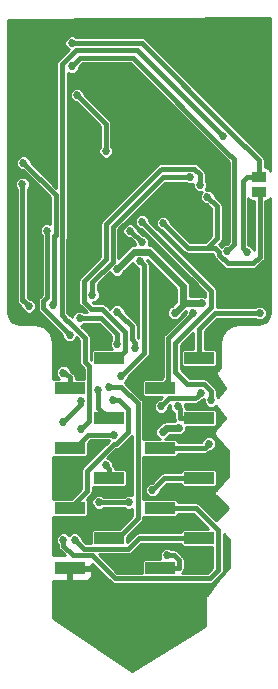
<source format=gbr>
%TF.GenerationSoftware,KiCad,Pcbnew,5.0-dev-unknown-d043ef5~62~ubuntu16.04.1*%
%TF.CreationDate,2018-02-24T21:05:52-07:00*%
%TF.ProjectId,ESP12-Break-02,45535031322D427265616B2D30322E6B,rev?*%
%TF.SameCoordinates,Original*%
%TF.FileFunction,Copper,L2,Bot,Signal*%
%TF.FilePolarity,Positive*%
%FSLAX46Y46*%
G04 Gerber Fmt 4.6, Leading zero omitted, Abs format (unit mm)*
G04 Created by KiCad (PCBNEW 5.0-dev-unknown-d043ef5~62~ubuntu16.04.1) date Sat Feb 24 21:05:52 2018*
%MOMM*%
%LPD*%
G01*
G04 APERTURE LIST*
%ADD10R,2.510000X1.000000*%
%ADD11R,1.270000X0.970000*%
%ADD12C,0.685800*%
%ADD13C,0.406000*%
%ADD14C,0.406400*%
%ADD15C,0.609600*%
%ADD16C,0.254000*%
G04 APERTURE END LIST*
D10*
X135120000Y-101600000D03*
X135120000Y-96520000D03*
X135120000Y-91440000D03*
X135120000Y-86360000D03*
X138430000Y-99060000D03*
X138430000Y-93980000D03*
X138430000Y-88900000D03*
X138430000Y-83820000D03*
D11*
X151130000Y-69728000D03*
X151130000Y-68448000D03*
D10*
X142740000Y-101600000D03*
X142740000Y-96520000D03*
X142740000Y-91440000D03*
X142740000Y-86360000D03*
X146050000Y-99060000D03*
X146050000Y-93980000D03*
X146050000Y-88900000D03*
X146050000Y-83820000D03*
D12*
X148460289Y-74777660D03*
X130429000Y-80314800D03*
X140589000Y-86283800D03*
X150469600Y-73787000D03*
X150088600Y-74853800D03*
X145585170Y-79995270D03*
X140195320Y-73040370D03*
X141226153Y-74020566D03*
X146888200Y-91059000D03*
X147070518Y-87397716D03*
X135102600Y-81838800D03*
X133210110Y-73025000D03*
X133717713Y-79293155D03*
X131191000Y-67284600D03*
X136066410Y-87453567D03*
X131648200Y-79425800D03*
X146278600Y-79171800D03*
X139087474Y-76304647D03*
X147878800Y-92608400D03*
X145464280Y-75515720D03*
X140614400Y-79248000D03*
X135331200Y-93929200D03*
X142138400Y-81711800D03*
X143383000Y-78105000D03*
X141224000Y-72263000D03*
X142113000Y-94996000D03*
X140154500Y-96032000D03*
X137575200Y-96032000D03*
X134580320Y-99207500D03*
X134580320Y-89233400D03*
X146050000Y-57658000D03*
X137414000Y-81915000D03*
X141732000Y-90043000D03*
X146177000Y-100330000D03*
X141986000Y-92964000D03*
X137287000Y-97409000D03*
X145669000Y-97663000D03*
X135128000Y-77724000D03*
X137160000Y-68453000D03*
X138303000Y-60071000D03*
X142875000Y-65405000D03*
X145161000Y-72009000D03*
X140843000Y-103632000D03*
X135281800Y-59124400D03*
X144245400Y-87914700D03*
X135730700Y-61555100D03*
X138159000Y-66311200D03*
X131109400Y-69111400D03*
X135525900Y-99207500D03*
X143994200Y-79978500D03*
X144367300Y-89745900D03*
X142970000Y-90075200D03*
X135128000Y-103759000D03*
X143002000Y-72390000D03*
X138430000Y-86233000D03*
X146762200Y-70175200D03*
X141043722Y-75620778D03*
X139446000Y-85344000D03*
X138811000Y-87376000D03*
X136067800Y-89865198D03*
X148067780Y-65038220D03*
X138141600Y-92911600D03*
X146202000Y-86753510D03*
X138821600Y-90309500D03*
X142827000Y-87912700D03*
X137033209Y-78485999D03*
X137541000Y-86487000D03*
X145332800Y-68478700D03*
X146143700Y-69152500D03*
X143335100Y-100502400D03*
X151188300Y-80001700D03*
X139126721Y-79886087D03*
X135940800Y-80441800D03*
X140652690Y-83006770D03*
X139117711Y-82601819D03*
X135281800Y-57124400D03*
X134580320Y-85053200D03*
D13*
X135281800Y-59124400D02*
X136011600Y-58394600D01*
X136011600Y-58394600D02*
X140436600Y-58394600D01*
X140436600Y-58394600D02*
X148460289Y-66418289D01*
D14*
X148460289Y-66418289D02*
X149047200Y-67005200D01*
X149047200Y-67005200D02*
X149047200Y-74190749D01*
X149047200Y-74190749D02*
X148460289Y-74777660D01*
D13*
X148488400Y-75793600D02*
X150622000Y-75793600D01*
X151180800Y-75234800D02*
X151180800Y-69778800D01*
X150622000Y-75793600D02*
X151180800Y-75234800D01*
X151180800Y-69778800D02*
X151130000Y-69728000D01*
D14*
X147401600Y-74503600D02*
X147761787Y-74863787D01*
X147761787Y-75066987D02*
X148488400Y-75793600D01*
X147761787Y-74863787D02*
X147761787Y-75066987D01*
X147198400Y-74503600D02*
X147401600Y-74503600D01*
D13*
X146762200Y-74503600D02*
X147198400Y-74503600D01*
D14*
X149745701Y-68790899D02*
X149745701Y-74510901D01*
X150088600Y-68448000D02*
X149745701Y-68790899D01*
X151130000Y-68448000D02*
X150088600Y-68448000D01*
X149745701Y-74510901D02*
X150088600Y-74853800D01*
X151130000Y-68448000D02*
X151130000Y-67066952D01*
X151130000Y-67066952D02*
X148793200Y-64730152D01*
X148793200Y-64730152D02*
X141187448Y-57124400D01*
X149987000Y-74752200D02*
X150088600Y-74853800D01*
D13*
X142740000Y-86360000D02*
X143459200Y-85640800D01*
X143459200Y-85640800D02*
X143459200Y-82121240D01*
X143459200Y-82121240D02*
X145242271Y-80338169D01*
X145242271Y-80338169D02*
X145585170Y-79995270D01*
X141226153Y-74020566D02*
X140245957Y-73040370D01*
X140245957Y-73040370D02*
X140195320Y-73040370D01*
X146507200Y-91440000D02*
X146545301Y-91401899D01*
X146545301Y-91401899D02*
X146888200Y-91059000D01*
X142740000Y-91440000D02*
X146507200Y-91440000D01*
X146446873Y-86008801D02*
X147070518Y-86632446D01*
X147070518Y-86632446D02*
X147070518Y-86912783D01*
X145063801Y-86008801D02*
X146446873Y-86008801D01*
X144018000Y-82550000D02*
X144018000Y-84963000D01*
X146304000Y-80264000D02*
X144018000Y-82550000D01*
X144018000Y-84963000D02*
X145063801Y-86008801D01*
X147070518Y-86912783D02*
X147070518Y-87397716D01*
D14*
X146304000Y-80264000D02*
X147066000Y-79502000D01*
X147066000Y-79502000D02*
X147066000Y-78105000D01*
X147066000Y-78105000D02*
X146227800Y-77266800D01*
D13*
X146227800Y-77266800D02*
X141566899Y-72605899D01*
X141566899Y-72605899D02*
X141224000Y-72263000D01*
X132867211Y-79019589D02*
X132867211Y-79603411D01*
X133210110Y-78676690D02*
X132867211Y-79019589D01*
X132867211Y-79603411D02*
X134759701Y-81495901D01*
X133210110Y-73025000D02*
X133210110Y-78676690D01*
X134759701Y-81495901D02*
X135102600Y-81838800D01*
X131191000Y-67284600D02*
X133908412Y-70002012D01*
X133908412Y-70002012D02*
X133908412Y-73360186D01*
X133768521Y-79242347D02*
X133717713Y-79293155D01*
X133768521Y-73500077D02*
X133768521Y-79242347D01*
X133908412Y-73360186D02*
X133768521Y-73500077D01*
X134580320Y-89233400D02*
X136066410Y-87747310D01*
X136066410Y-87747310D02*
X136066410Y-87453567D01*
X131109400Y-69111400D02*
X131109400Y-78887000D01*
X131109400Y-78887000D02*
X131305301Y-79082901D01*
X131305301Y-79082901D02*
X131648200Y-79425800D01*
X135525900Y-99207500D02*
X136284600Y-99966200D01*
X136284600Y-99966200D02*
X140063800Y-99966200D01*
X140063800Y-99966200D02*
X140970000Y-99060000D01*
X140970000Y-99060000D02*
X146050000Y-99060000D01*
D15*
X144729200Y-77724000D02*
X141825868Y-74820668D01*
X144729200Y-79243500D02*
X144729200Y-77724000D01*
X144800900Y-79171800D02*
X144729200Y-79243500D01*
X146278600Y-79171800D02*
X144800900Y-79171800D01*
X141825868Y-74820668D02*
X140571453Y-74820668D01*
X140571453Y-74820668D02*
X139087474Y-76304647D01*
X144602200Y-79370500D02*
X143994200Y-79978500D01*
D13*
X146050000Y-93980000D02*
X143129000Y-93980000D01*
X143129000Y-93980000D02*
X142455899Y-94653101D01*
X142455899Y-94653101D02*
X142113000Y-94996000D01*
X137575200Y-96032000D02*
X140154500Y-96032000D01*
X134580320Y-99692433D02*
X134580320Y-99207500D01*
X135412887Y-100525000D02*
X134580320Y-99692433D01*
X136999200Y-100525000D02*
X135412887Y-100525000D01*
X144931600Y-102469100D02*
X138943300Y-102469100D01*
X138943300Y-102469100D02*
X136999200Y-100525000D01*
D14*
X146958900Y-102469100D02*
X147660800Y-101767200D01*
X147660800Y-101767200D02*
X147660800Y-99935722D01*
X144931600Y-102469100D02*
X146958900Y-102469100D01*
D13*
X147660800Y-99739900D02*
X147660800Y-99935722D01*
X147660800Y-99935722D02*
X147660800Y-98406400D01*
X146050000Y-88900000D02*
X144439300Y-88900000D01*
X144439300Y-88108600D02*
X144245400Y-87914700D01*
X144439300Y-88900000D02*
X144439300Y-88108600D01*
X138159000Y-63983400D02*
X138159000Y-66311200D01*
X135730700Y-61555100D02*
X138159000Y-63983400D01*
X145774400Y-96520000D02*
X142740000Y-96520000D01*
X147660800Y-98406400D02*
X145774400Y-96520000D01*
D15*
X143299300Y-89745900D02*
X144367300Y-89745900D01*
X142970000Y-90075200D02*
X143299300Y-89745900D01*
D13*
X145115600Y-74503600D02*
X143344899Y-72732899D01*
X143344899Y-72732899D02*
X143002000Y-72390000D01*
X146762200Y-74503600D02*
X145115600Y-74503600D01*
X138914933Y-86233000D02*
X138430000Y-86233000D01*
X139422933Y-86233000D02*
X138914933Y-86233000D01*
X140853100Y-87663167D02*
X139422933Y-86233000D01*
X140853100Y-97391900D02*
X140853100Y-87663167D01*
X139185000Y-99060000D02*
X140853100Y-97391900D01*
X138430000Y-99060000D02*
X139185000Y-99060000D01*
X146762200Y-74503600D02*
X147574000Y-73691800D01*
X147574000Y-70987000D02*
X146762200Y-70175200D01*
X147574000Y-73691800D02*
X147574000Y-70987000D01*
D14*
X141386622Y-83403378D02*
X141386621Y-75963677D01*
X141386621Y-75963677D02*
X141043722Y-75620778D01*
D13*
X138861800Y-91059000D02*
X139060100Y-91059000D01*
X140042899Y-90076201D02*
X140042899Y-88122966D01*
X136575800Y-93345000D02*
X138861800Y-91059000D01*
X136575800Y-95064200D02*
X136575800Y-93345000D01*
X135120000Y-96520000D02*
X136575800Y-95064200D01*
X139060100Y-91059000D02*
X140042899Y-90076201D01*
X140042899Y-88122966D02*
X139295933Y-87376000D01*
X139295933Y-87376000D02*
X138811000Y-87376000D01*
X139446000Y-85344000D02*
X141386622Y-83403378D01*
X136766299Y-84522999D02*
X136766299Y-89166699D01*
X136766299Y-89166699D02*
X136410699Y-89522299D01*
X136410699Y-89522299D02*
X136067800Y-89865198D01*
X136398000Y-84154700D02*
X136766299Y-84522999D01*
X134416023Y-80187023D02*
X134874000Y-80645000D01*
X148067780Y-65038220D02*
X140764149Y-57734589D01*
X134416023Y-73642287D02*
X134416023Y-80187023D01*
X140764149Y-57734589D02*
X135650411Y-57734589D01*
X135650411Y-57734589D02*
X134466822Y-58918178D01*
X134466822Y-58918178D02*
X134466822Y-73591488D01*
X134466822Y-73591488D02*
X134416023Y-73642287D01*
D14*
X136398000Y-84154700D02*
X136398000Y-82100416D01*
X134942584Y-80645000D02*
X134874000Y-80645000D01*
X136398000Y-82100416D02*
X134942584Y-80645000D01*
D13*
X138430000Y-93200000D02*
X138430000Y-93980000D01*
X138141600Y-92911600D02*
X138430000Y-93200000D01*
X138821600Y-90309500D02*
X136690300Y-90309500D01*
X136690300Y-90309500D02*
X135559800Y-91440000D01*
X135559800Y-91440000D02*
X135120000Y-91440000D01*
X145739810Y-87215700D02*
X145859101Y-87096409D01*
X143524000Y-87215700D02*
X145739810Y-87215700D01*
X142827000Y-87912700D02*
X143524000Y-87215700D01*
X145859101Y-87096409D02*
X146202000Y-86753510D01*
D14*
X138734811Y-75669467D02*
X137033209Y-77371069D01*
X137033209Y-78001066D02*
X137033209Y-78485999D01*
X137033209Y-77371069D02*
X137033209Y-78001066D01*
X142976300Y-68478700D02*
X138734811Y-72720189D01*
X138734811Y-72720189D02*
X138734811Y-75669467D01*
D13*
X145332800Y-68478700D02*
X142976300Y-68478700D01*
X137541000Y-86971933D02*
X137541000Y-86487000D01*
X137541000Y-88011000D02*
X137541000Y-86971933D01*
X138430000Y-88900000D02*
X137541000Y-88011000D01*
D14*
X138176000Y-75438000D02*
X138176002Y-72488722D01*
X138176002Y-72488722D02*
X142744833Y-67919891D01*
X142744833Y-67919891D02*
X142745114Y-67919891D01*
X142745114Y-67919891D02*
X142884606Y-67780399D01*
X136334699Y-77279301D02*
X138176000Y-75438000D01*
X136334699Y-79075185D02*
X136334699Y-77279301D01*
D13*
X136914303Y-79654789D02*
X136334699Y-79075185D01*
X142884606Y-67780399D02*
X145667985Y-67780399D01*
X139816013Y-81608867D02*
X137861935Y-79654789D01*
X138430000Y-83820000D02*
X139185000Y-83820000D01*
X139185000Y-83820000D02*
X139816013Y-83188987D01*
X139816013Y-83188987D02*
X139816013Y-81608867D01*
X146143700Y-68667567D02*
X146143700Y-69152500D01*
X137861935Y-79654789D02*
X136914303Y-79654789D01*
X146143700Y-68256114D02*
X146143700Y-68667567D01*
X145667985Y-67780399D02*
X146143700Y-68256114D01*
X144350700Y-100934600D02*
X144350700Y-101600000D01*
X143918500Y-100502400D02*
X144350700Y-100934600D01*
X143335100Y-100502400D02*
X143918500Y-100502400D01*
X142740000Y-101600000D02*
X144350700Y-101600000D01*
D14*
X147370800Y-80010000D02*
X146050000Y-81330800D01*
X150703367Y-80001700D02*
X150695067Y-80010000D01*
X150695067Y-80010000D02*
X147370800Y-80010000D01*
X151188300Y-80001700D02*
X150703367Y-80001700D01*
X146050000Y-81330800D02*
X146050000Y-83820000D01*
D13*
X139117711Y-82601819D02*
X139117711Y-81764511D01*
X136425733Y-80441800D02*
X135940800Y-80441800D01*
X139117711Y-81764511D02*
X137795000Y-80441800D01*
X137795000Y-80441800D02*
X136425733Y-80441800D01*
X140374422Y-81133788D02*
X139469620Y-80228986D01*
X140652690Y-83006770D02*
X140652690Y-82521837D01*
X140374422Y-82243569D02*
X140374422Y-81133788D01*
X139469620Y-80228986D02*
X139126721Y-79886087D01*
X140652690Y-82521837D02*
X140374422Y-82243569D01*
X135766733Y-57124400D02*
X135281800Y-57124400D01*
X141187448Y-57124400D02*
X135766733Y-57124400D01*
X135120000Y-85454000D02*
X134719200Y-85053200D01*
X135120000Y-86360000D02*
X135120000Y-85454000D01*
X134719200Y-85053200D02*
X134580320Y-85053200D01*
D16*
G36*
X148616600Y-99206797D02*
X148616601Y-101475682D01*
X147700066Y-102621351D01*
X147700064Y-102621353D01*
X146696513Y-103875792D01*
X146683492Y-103884493D01*
X146652772Y-103930470D01*
X146640456Y-103945864D01*
X146633423Y-103959427D01*
X146605163Y-104001721D01*
X146601225Y-104021518D01*
X146591935Y-104039433D01*
X146587582Y-104090106D01*
X146584600Y-104105097D01*
X146584600Y-104124818D01*
X146579868Y-104179903D01*
X146584600Y-104194829D01*
X146584601Y-106481963D01*
X140343542Y-110322615D01*
X133704400Y-105856284D01*
X133704400Y-102720796D01*
X133738691Y-102735000D01*
X134834250Y-102735000D01*
X134993000Y-102576250D01*
X134993000Y-101727000D01*
X135247000Y-101727000D01*
X135247000Y-102576250D01*
X135405750Y-102735000D01*
X136501309Y-102735000D01*
X136734698Y-102638327D01*
X136913327Y-102459699D01*
X137010000Y-102226310D01*
X137010000Y-101885750D01*
X136851250Y-101727000D01*
X135247000Y-101727000D01*
X134993000Y-101727000D01*
X134973000Y-101727000D01*
X134973000Y-101473000D01*
X134993000Y-101473000D01*
X134993000Y-101453000D01*
X135247000Y-101453000D01*
X135247000Y-101473000D01*
X136851250Y-101473000D01*
X137010000Y-101314250D01*
X137010000Y-101218016D01*
X138568599Y-102776615D01*
X138595510Y-102816890D01*
X138755077Y-102923510D01*
X138895792Y-102951500D01*
X138895796Y-102951500D01*
X138943300Y-102960949D01*
X138990804Y-102951500D01*
X144883066Y-102951500D01*
X144884071Y-102951700D01*
X146911372Y-102951700D01*
X146958900Y-102961154D01*
X147006428Y-102951700D01*
X147006429Y-102951700D01*
X147147201Y-102923699D01*
X147306835Y-102817035D01*
X147333761Y-102776737D01*
X147968442Y-102142058D01*
X148008735Y-102115135D01*
X148115399Y-101955501D01*
X148143400Y-101814729D01*
X148143400Y-101814728D01*
X148152854Y-101767201D01*
X148143400Y-101719673D01*
X148143400Y-99888193D01*
X148143200Y-99887188D01*
X148143200Y-98733397D01*
X148616600Y-99206797D01*
X148616600Y-99206797D01*
G37*
X148616600Y-99206797D02*
X148616601Y-101475682D01*
X147700066Y-102621351D01*
X147700064Y-102621353D01*
X146696513Y-103875792D01*
X146683492Y-103884493D01*
X146652772Y-103930470D01*
X146640456Y-103945864D01*
X146633423Y-103959427D01*
X146605163Y-104001721D01*
X146601225Y-104021518D01*
X146591935Y-104039433D01*
X146587582Y-104090106D01*
X146584600Y-104105097D01*
X146584600Y-104124818D01*
X146579868Y-104179903D01*
X146584600Y-104194829D01*
X146584601Y-106481963D01*
X140343542Y-110322615D01*
X133704400Y-105856284D01*
X133704400Y-102720796D01*
X133738691Y-102735000D01*
X134834250Y-102735000D01*
X134993000Y-102576250D01*
X134993000Y-101727000D01*
X135247000Y-101727000D01*
X135247000Y-102576250D01*
X135405750Y-102735000D01*
X136501309Y-102735000D01*
X136734698Y-102638327D01*
X136913327Y-102459699D01*
X137010000Y-102226310D01*
X137010000Y-101885750D01*
X136851250Y-101727000D01*
X135247000Y-101727000D01*
X134993000Y-101727000D01*
X134973000Y-101727000D01*
X134973000Y-101473000D01*
X134993000Y-101473000D01*
X134993000Y-101453000D01*
X135247000Y-101453000D01*
X135247000Y-101473000D01*
X136851250Y-101473000D01*
X137010000Y-101314250D01*
X137010000Y-101218016D01*
X138568599Y-102776615D01*
X138595510Y-102816890D01*
X138755077Y-102923510D01*
X138895792Y-102951500D01*
X138895796Y-102951500D01*
X138943300Y-102960949D01*
X138990804Y-102951500D01*
X144883066Y-102951500D01*
X144884071Y-102951700D01*
X146911372Y-102951700D01*
X146958900Y-102961154D01*
X147006428Y-102951700D01*
X147006429Y-102951700D01*
X147147201Y-102923699D01*
X147306835Y-102817035D01*
X147333761Y-102776737D01*
X147968442Y-102142058D01*
X148008735Y-102115135D01*
X148115399Y-101955501D01*
X148143400Y-101814729D01*
X148143400Y-101814728D01*
X148152854Y-101767201D01*
X148143400Y-101719673D01*
X148143400Y-99888193D01*
X148143200Y-99887188D01*
X148143200Y-98733397D01*
X148616600Y-99206797D01*
G36*
X144510127Y-99560000D02*
X144531812Y-99669016D01*
X144593564Y-99761436D01*
X144685984Y-99823188D01*
X144795000Y-99844873D01*
X147178400Y-99844873D01*
X147178400Y-99887193D01*
X147178201Y-99888193D01*
X147178200Y-101567300D01*
X146759002Y-101986500D01*
X144884071Y-101986500D01*
X144883066Y-101986700D01*
X144640257Y-101986700D01*
X144698490Y-101947790D01*
X144805110Y-101788223D01*
X144842550Y-101600000D01*
X144833100Y-101552492D01*
X144833100Y-100982103D01*
X144842549Y-100934599D01*
X144833100Y-100887093D01*
X144833100Y-100887092D01*
X144805110Y-100746377D01*
X144782957Y-100713223D01*
X144725401Y-100627084D01*
X144725399Y-100627082D01*
X144698490Y-100586810D01*
X144658218Y-100559901D01*
X144293201Y-100194885D01*
X144266290Y-100154610D01*
X144106723Y-100047990D01*
X143966008Y-100020000D01*
X143966004Y-100020000D01*
X143918500Y-100010551D01*
X143870996Y-100020000D01*
X143732766Y-100020000D01*
X143687605Y-99974839D01*
X143458883Y-99880100D01*
X143211317Y-99880100D01*
X142982595Y-99974839D01*
X142807539Y-100149895D01*
X142712800Y-100378617D01*
X142712800Y-100626183D01*
X142791063Y-100815127D01*
X141485000Y-100815127D01*
X141375984Y-100836812D01*
X141283564Y-100898564D01*
X141221812Y-100990984D01*
X141200127Y-101100000D01*
X141200127Y-101986700D01*
X139143116Y-101986700D01*
X137605016Y-100448600D01*
X140016296Y-100448600D01*
X140063800Y-100458049D01*
X140111304Y-100448600D01*
X140111308Y-100448600D01*
X140252023Y-100420610D01*
X140411590Y-100313990D01*
X140438501Y-100273715D01*
X141169817Y-99542400D01*
X144510127Y-99542400D01*
X144510127Y-99560000D01*
X144510127Y-99560000D01*
G37*
X144510127Y-99560000D02*
X144531812Y-99669016D01*
X144593564Y-99761436D01*
X144685984Y-99823188D01*
X144795000Y-99844873D01*
X147178400Y-99844873D01*
X147178400Y-99887193D01*
X147178201Y-99888193D01*
X147178200Y-101567300D01*
X146759002Y-101986500D01*
X144884071Y-101986500D01*
X144883066Y-101986700D01*
X144640257Y-101986700D01*
X144698490Y-101947790D01*
X144805110Y-101788223D01*
X144842550Y-101600000D01*
X144833100Y-101552492D01*
X144833100Y-100982103D01*
X144842549Y-100934599D01*
X144833100Y-100887093D01*
X144833100Y-100887092D01*
X144805110Y-100746377D01*
X144782957Y-100713223D01*
X144725401Y-100627084D01*
X144725399Y-100627082D01*
X144698490Y-100586810D01*
X144658218Y-100559901D01*
X144293201Y-100194885D01*
X144266290Y-100154610D01*
X144106723Y-100047990D01*
X143966008Y-100020000D01*
X143966004Y-100020000D01*
X143918500Y-100010551D01*
X143870996Y-100020000D01*
X143732766Y-100020000D01*
X143687605Y-99974839D01*
X143458883Y-99880100D01*
X143211317Y-99880100D01*
X142982595Y-99974839D01*
X142807539Y-100149895D01*
X142712800Y-100378617D01*
X142712800Y-100626183D01*
X142791063Y-100815127D01*
X141485000Y-100815127D01*
X141375984Y-100836812D01*
X141283564Y-100898564D01*
X141221812Y-100990984D01*
X141200127Y-101100000D01*
X141200127Y-101986700D01*
X139143116Y-101986700D01*
X137605016Y-100448600D01*
X140016296Y-100448600D01*
X140063800Y-100458049D01*
X140111304Y-100448600D01*
X140111308Y-100448600D01*
X140252023Y-100420610D01*
X140411590Y-100313990D01*
X140438501Y-100273715D01*
X141169817Y-99542400D01*
X144510127Y-99542400D01*
X144510127Y-99560000D01*
G36*
X140370700Y-95447980D02*
X140278283Y-95409700D01*
X140030717Y-95409700D01*
X139801995Y-95504439D01*
X139756834Y-95549600D01*
X137972866Y-95549600D01*
X137927705Y-95504439D01*
X137698983Y-95409700D01*
X137451417Y-95409700D01*
X137222695Y-95504439D01*
X137047639Y-95679495D01*
X136952900Y-95908217D01*
X136952900Y-96155783D01*
X137047639Y-96384505D01*
X137222695Y-96559561D01*
X137451417Y-96654300D01*
X137698983Y-96654300D01*
X137927705Y-96559561D01*
X137972866Y-96514400D01*
X139756834Y-96514400D01*
X139801995Y-96559561D01*
X140030717Y-96654300D01*
X140278283Y-96654300D01*
X140370700Y-96616020D01*
X140370700Y-97192084D01*
X139287657Y-98275127D01*
X137175000Y-98275127D01*
X137065984Y-98296812D01*
X136973564Y-98358564D01*
X136911812Y-98450984D01*
X136890127Y-98560000D01*
X136890127Y-99483800D01*
X136484416Y-99483800D01*
X136148200Y-99147584D01*
X136148200Y-99083717D01*
X136053461Y-98854995D01*
X135878405Y-98679939D01*
X135649683Y-98585200D01*
X135402117Y-98585200D01*
X135173395Y-98679939D01*
X135053110Y-98800224D01*
X134932825Y-98679939D01*
X134704103Y-98585200D01*
X134456537Y-98585200D01*
X134227815Y-98679939D01*
X134052759Y-98854995D01*
X133958020Y-99083717D01*
X133958020Y-99331283D01*
X134052759Y-99560005D01*
X134097920Y-99605166D01*
X134097920Y-99644928D01*
X134088471Y-99692433D01*
X134097920Y-99739937D01*
X134097920Y-99739940D01*
X134125910Y-99880655D01*
X134232530Y-100040223D01*
X134272805Y-100067134D01*
X134670671Y-100465000D01*
X133738691Y-100465000D01*
X133704400Y-100479204D01*
X133704400Y-97248721D01*
X133755984Y-97283188D01*
X133865000Y-97304873D01*
X136375000Y-97304873D01*
X136484016Y-97283188D01*
X136576436Y-97221436D01*
X136638188Y-97129016D01*
X136659873Y-97020000D01*
X136659873Y-96020000D01*
X136638188Y-95910984D01*
X136576436Y-95818564D01*
X136532805Y-95789411D01*
X136883318Y-95438899D01*
X136923590Y-95411990D01*
X136950499Y-95371718D01*
X136950501Y-95371716D01*
X137030210Y-95252423D01*
X137043776Y-95184222D01*
X137058200Y-95111708D01*
X137058200Y-95111705D01*
X137067649Y-95064201D01*
X137058200Y-95016697D01*
X137058200Y-94737987D01*
X137065984Y-94743188D01*
X137175000Y-94764873D01*
X139685000Y-94764873D01*
X139794016Y-94743188D01*
X139886436Y-94681436D01*
X139948188Y-94589016D01*
X139969873Y-94480000D01*
X139969873Y-93480000D01*
X139948188Y-93370984D01*
X139886436Y-93278564D01*
X139794016Y-93216812D01*
X139685000Y-93195127D01*
X138920880Y-93195127D01*
X138912400Y-93152493D01*
X138912400Y-93152492D01*
X138884410Y-93011777D01*
X138777790Y-92852210D01*
X138763900Y-92842929D01*
X138763900Y-92787817D01*
X138669161Y-92559095D01*
X138494105Y-92384039D01*
X138299560Y-92303457D01*
X139053484Y-91549533D01*
X139060100Y-91550849D01*
X139107604Y-91541400D01*
X139107608Y-91541400D01*
X139248323Y-91513410D01*
X139407890Y-91406790D01*
X139434801Y-91366515D01*
X140350414Y-90450902D01*
X140370701Y-90437347D01*
X140370700Y-95447980D01*
X140370700Y-95447980D01*
G37*
X140370700Y-95447980D02*
X140278283Y-95409700D01*
X140030717Y-95409700D01*
X139801995Y-95504439D01*
X139756834Y-95549600D01*
X137972866Y-95549600D01*
X137927705Y-95504439D01*
X137698983Y-95409700D01*
X137451417Y-95409700D01*
X137222695Y-95504439D01*
X137047639Y-95679495D01*
X136952900Y-95908217D01*
X136952900Y-96155783D01*
X137047639Y-96384505D01*
X137222695Y-96559561D01*
X137451417Y-96654300D01*
X137698983Y-96654300D01*
X137927705Y-96559561D01*
X137972866Y-96514400D01*
X139756834Y-96514400D01*
X139801995Y-96559561D01*
X140030717Y-96654300D01*
X140278283Y-96654300D01*
X140370700Y-96616020D01*
X140370700Y-97192084D01*
X139287657Y-98275127D01*
X137175000Y-98275127D01*
X137065984Y-98296812D01*
X136973564Y-98358564D01*
X136911812Y-98450984D01*
X136890127Y-98560000D01*
X136890127Y-99483800D01*
X136484416Y-99483800D01*
X136148200Y-99147584D01*
X136148200Y-99083717D01*
X136053461Y-98854995D01*
X135878405Y-98679939D01*
X135649683Y-98585200D01*
X135402117Y-98585200D01*
X135173395Y-98679939D01*
X135053110Y-98800224D01*
X134932825Y-98679939D01*
X134704103Y-98585200D01*
X134456537Y-98585200D01*
X134227815Y-98679939D01*
X134052759Y-98854995D01*
X133958020Y-99083717D01*
X133958020Y-99331283D01*
X134052759Y-99560005D01*
X134097920Y-99605166D01*
X134097920Y-99644928D01*
X134088471Y-99692433D01*
X134097920Y-99739937D01*
X134097920Y-99739940D01*
X134125910Y-99880655D01*
X134232530Y-100040223D01*
X134272805Y-100067134D01*
X134670671Y-100465000D01*
X133738691Y-100465000D01*
X133704400Y-100479204D01*
X133704400Y-97248721D01*
X133755984Y-97283188D01*
X133865000Y-97304873D01*
X136375000Y-97304873D01*
X136484016Y-97283188D01*
X136576436Y-97221436D01*
X136638188Y-97129016D01*
X136659873Y-97020000D01*
X136659873Y-96020000D01*
X136638188Y-95910984D01*
X136576436Y-95818564D01*
X136532805Y-95789411D01*
X136883318Y-95438899D01*
X136923590Y-95411990D01*
X136950499Y-95371718D01*
X136950501Y-95371716D01*
X137030210Y-95252423D01*
X137043776Y-95184222D01*
X137058200Y-95111708D01*
X137058200Y-95111705D01*
X137067649Y-95064201D01*
X137058200Y-95016697D01*
X137058200Y-94737987D01*
X137065984Y-94743188D01*
X137175000Y-94764873D01*
X139685000Y-94764873D01*
X139794016Y-94743188D01*
X139886436Y-94681436D01*
X139948188Y-94589016D01*
X139969873Y-94480000D01*
X139969873Y-93480000D01*
X139948188Y-93370984D01*
X139886436Y-93278564D01*
X139794016Y-93216812D01*
X139685000Y-93195127D01*
X138920880Y-93195127D01*
X138912400Y-93152493D01*
X138912400Y-93152492D01*
X138884410Y-93011777D01*
X138777790Y-92852210D01*
X138763900Y-92842929D01*
X138763900Y-92787817D01*
X138669161Y-92559095D01*
X138494105Y-92384039D01*
X138299560Y-92303457D01*
X139053484Y-91549533D01*
X139060100Y-91550849D01*
X139107604Y-91541400D01*
X139107608Y-91541400D01*
X139248323Y-91513410D01*
X139407890Y-91406790D01*
X139434801Y-91366515D01*
X140350414Y-90450902D01*
X140370701Y-90437347D01*
X140370700Y-95447980D01*
G36*
X146847310Y-98275127D02*
X144795000Y-98275127D01*
X144685984Y-98296812D01*
X144593564Y-98358564D01*
X144531812Y-98450984D01*
X144510127Y-98560000D01*
X144510127Y-98577600D01*
X141017502Y-98577600D01*
X140969999Y-98568151D01*
X140922496Y-98577600D01*
X140922492Y-98577600D01*
X140781777Y-98605590D01*
X140706606Y-98655818D01*
X140662484Y-98685299D01*
X140662482Y-98685301D01*
X140622210Y-98712210D01*
X140595301Y-98752482D01*
X139969873Y-99377911D01*
X139969873Y-98957343D01*
X141160615Y-97766601D01*
X141200890Y-97739690D01*
X141307510Y-97580123D01*
X141335500Y-97439408D01*
X141335500Y-97439404D01*
X141344949Y-97391900D01*
X141335500Y-97344396D01*
X141335500Y-97256138D01*
X141375984Y-97283188D01*
X141485000Y-97304873D01*
X143995000Y-97304873D01*
X144104016Y-97283188D01*
X144196436Y-97221436D01*
X144258188Y-97129016D01*
X144279873Y-97020000D01*
X144279873Y-97002400D01*
X145574584Y-97002400D01*
X146847310Y-98275127D01*
X146847310Y-98275127D01*
G37*
X146847310Y-98275127D02*
X144795000Y-98275127D01*
X144685984Y-98296812D01*
X144593564Y-98358564D01*
X144531812Y-98450984D01*
X144510127Y-98560000D01*
X144510127Y-98577600D01*
X141017502Y-98577600D01*
X140969999Y-98568151D01*
X140922496Y-98577600D01*
X140922492Y-98577600D01*
X140781777Y-98605590D01*
X140706606Y-98655818D01*
X140662484Y-98685299D01*
X140662482Y-98685301D01*
X140622210Y-98712210D01*
X140595301Y-98752482D01*
X139969873Y-99377911D01*
X139969873Y-98957343D01*
X141160615Y-97766601D01*
X141200890Y-97739690D01*
X141307510Y-97580123D01*
X141335500Y-97439408D01*
X141335500Y-97439404D01*
X141344949Y-97391900D01*
X141335500Y-97344396D01*
X141335500Y-97256138D01*
X141375984Y-97283188D01*
X141485000Y-97304873D01*
X143995000Y-97304873D01*
X144104016Y-97283188D01*
X144196436Y-97221436D01*
X144258188Y-97129016D01*
X144279873Y-97020000D01*
X144279873Y-97002400D01*
X145574584Y-97002400D01*
X146847310Y-98275127D01*
G36*
X146448218Y-87521499D02*
X146542957Y-87750221D01*
X146718013Y-87925277D01*
X146946735Y-88020016D01*
X147194301Y-88020016D01*
X147423023Y-87925277D01*
X147456548Y-87891752D01*
X148263147Y-88900000D01*
X147425807Y-89946675D01*
X147382579Y-89999189D01*
X147371468Y-90035623D01*
X147353935Y-90069433D01*
X147351103Y-90102397D01*
X147341451Y-90134046D01*
X147345128Y-90171956D01*
X147341868Y-90209903D01*
X147351867Y-90241443D01*
X147355061Y-90274375D01*
X147372965Y-90307993D01*
X147384476Y-90344300D01*
X147428280Y-90396337D01*
X148489601Y-91693509D01*
X148489600Y-93844004D01*
X147467240Y-94979960D01*
X147445492Y-94994492D01*
X147420504Y-95031890D01*
X147414228Y-95038863D01*
X147401156Y-95060847D01*
X147367163Y-95111721D01*
X147365283Y-95121175D01*
X147360357Y-95129458D01*
X147351592Y-95190003D01*
X147339658Y-95250000D01*
X147341538Y-95259452D01*
X147340157Y-95268991D01*
X147355228Y-95328276D01*
X147367163Y-95388279D01*
X147372519Y-95396295D01*
X147374893Y-95405634D01*
X147411504Y-95454640D01*
X147425721Y-95475917D01*
X147432358Y-95482554D01*
X147459275Y-95518584D01*
X147481756Y-95531952D01*
X148469803Y-96520000D01*
X147475085Y-97514719D01*
X147460848Y-97524231D01*
X146149101Y-96212485D01*
X146122190Y-96172210D01*
X145962623Y-96065590D01*
X145821908Y-96037600D01*
X145821904Y-96037600D01*
X145774400Y-96028151D01*
X145726896Y-96037600D01*
X144279873Y-96037600D01*
X144279873Y-96020000D01*
X144258188Y-95910984D01*
X144196436Y-95818564D01*
X144104016Y-95756812D01*
X143995000Y-95735127D01*
X141485000Y-95735127D01*
X141375984Y-95756812D01*
X141335500Y-95783862D01*
X141335500Y-94872217D01*
X141490700Y-94872217D01*
X141490700Y-95119783D01*
X141585439Y-95348505D01*
X141760495Y-95523561D01*
X141989217Y-95618300D01*
X142236783Y-95618300D01*
X142465505Y-95523561D01*
X142640561Y-95348505D01*
X142735300Y-95119783D01*
X142735300Y-95055917D01*
X142830600Y-94960617D01*
X142830602Y-94960614D01*
X143328816Y-94462400D01*
X144510127Y-94462400D01*
X144510127Y-94480000D01*
X144531812Y-94589016D01*
X144593564Y-94681436D01*
X144685984Y-94743188D01*
X144795000Y-94764873D01*
X147305000Y-94764873D01*
X147414016Y-94743188D01*
X147506436Y-94681436D01*
X147568188Y-94589016D01*
X147589873Y-94480000D01*
X147589873Y-93480000D01*
X147568188Y-93370984D01*
X147506436Y-93278564D01*
X147414016Y-93216812D01*
X147305000Y-93195127D01*
X144795000Y-93195127D01*
X144685984Y-93216812D01*
X144593564Y-93278564D01*
X144531812Y-93370984D01*
X144510127Y-93480000D01*
X144510127Y-93497600D01*
X143176504Y-93497600D01*
X143129000Y-93488151D01*
X143081496Y-93497600D01*
X143081492Y-93497600D01*
X142940777Y-93525590D01*
X142781210Y-93632210D01*
X142754299Y-93672485D01*
X142148386Y-94278398D01*
X142148383Y-94278400D01*
X142053083Y-94373700D01*
X141989217Y-94373700D01*
X141760495Y-94468439D01*
X141585439Y-94643495D01*
X141490700Y-94872217D01*
X141335500Y-94872217D01*
X141335500Y-92176138D01*
X141375984Y-92203188D01*
X141485000Y-92224873D01*
X143995000Y-92224873D01*
X144104016Y-92203188D01*
X144196436Y-92141436D01*
X144258188Y-92049016D01*
X144279873Y-91940000D01*
X144279873Y-91922400D01*
X146459696Y-91922400D01*
X146507200Y-91931849D01*
X146554704Y-91922400D01*
X146554708Y-91922400D01*
X146695423Y-91894410D01*
X146854990Y-91787790D01*
X146881901Y-91747515D01*
X146948116Y-91681300D01*
X147011983Y-91681300D01*
X147240705Y-91586561D01*
X147415761Y-91411505D01*
X147510500Y-91182783D01*
X147510500Y-90935217D01*
X147415761Y-90706495D01*
X147240705Y-90531439D01*
X147011983Y-90436700D01*
X146764417Y-90436700D01*
X146535695Y-90531439D01*
X146360639Y-90706495D01*
X146265900Y-90935217D01*
X146265900Y-90957600D01*
X144279873Y-90957600D01*
X144279873Y-90940000D01*
X144258188Y-90830984D01*
X144196436Y-90738564D01*
X144104016Y-90676812D01*
X143995000Y-90655127D01*
X143196081Y-90655127D01*
X143322505Y-90602761D01*
X143497561Y-90427705D01*
X143535662Y-90335720D01*
X143541282Y-90330100D01*
X144151535Y-90330100D01*
X144243517Y-90368200D01*
X144491083Y-90368200D01*
X144719805Y-90273461D01*
X144894861Y-90098405D01*
X144989600Y-89869683D01*
X144989600Y-89684873D01*
X147305000Y-89684873D01*
X147414016Y-89663188D01*
X147506436Y-89601436D01*
X147568188Y-89509016D01*
X147589873Y-89400000D01*
X147589873Y-88400000D01*
X147568188Y-88290984D01*
X147506436Y-88198564D01*
X147414016Y-88136812D01*
X147305000Y-88115127D01*
X144929851Y-88115127D01*
X144931149Y-88108599D01*
X144921700Y-88061095D01*
X144921700Y-88061092D01*
X144893710Y-87920377D01*
X144867700Y-87881451D01*
X144867700Y-87790917D01*
X144829254Y-87698100D01*
X145692306Y-87698100D01*
X145739810Y-87707549D01*
X145787314Y-87698100D01*
X145787318Y-87698100D01*
X145928033Y-87670110D01*
X146087600Y-87563490D01*
X146114511Y-87523215D01*
X146261916Y-87375810D01*
X146325783Y-87375810D01*
X146448218Y-87325096D01*
X146448218Y-87521499D01*
X146448218Y-87521499D01*
G37*
X146448218Y-87521499D02*
X146542957Y-87750221D01*
X146718013Y-87925277D01*
X146946735Y-88020016D01*
X147194301Y-88020016D01*
X147423023Y-87925277D01*
X147456548Y-87891752D01*
X148263147Y-88900000D01*
X147425807Y-89946675D01*
X147382579Y-89999189D01*
X147371468Y-90035623D01*
X147353935Y-90069433D01*
X147351103Y-90102397D01*
X147341451Y-90134046D01*
X147345128Y-90171956D01*
X147341868Y-90209903D01*
X147351867Y-90241443D01*
X147355061Y-90274375D01*
X147372965Y-90307993D01*
X147384476Y-90344300D01*
X147428280Y-90396337D01*
X148489601Y-91693509D01*
X148489600Y-93844004D01*
X147467240Y-94979960D01*
X147445492Y-94994492D01*
X147420504Y-95031890D01*
X147414228Y-95038863D01*
X147401156Y-95060847D01*
X147367163Y-95111721D01*
X147365283Y-95121175D01*
X147360357Y-95129458D01*
X147351592Y-95190003D01*
X147339658Y-95250000D01*
X147341538Y-95259452D01*
X147340157Y-95268991D01*
X147355228Y-95328276D01*
X147367163Y-95388279D01*
X147372519Y-95396295D01*
X147374893Y-95405634D01*
X147411504Y-95454640D01*
X147425721Y-95475917D01*
X147432358Y-95482554D01*
X147459275Y-95518584D01*
X147481756Y-95531952D01*
X148469803Y-96520000D01*
X147475085Y-97514719D01*
X147460848Y-97524231D01*
X146149101Y-96212485D01*
X146122190Y-96172210D01*
X145962623Y-96065590D01*
X145821908Y-96037600D01*
X145821904Y-96037600D01*
X145774400Y-96028151D01*
X145726896Y-96037600D01*
X144279873Y-96037600D01*
X144279873Y-96020000D01*
X144258188Y-95910984D01*
X144196436Y-95818564D01*
X144104016Y-95756812D01*
X143995000Y-95735127D01*
X141485000Y-95735127D01*
X141375984Y-95756812D01*
X141335500Y-95783862D01*
X141335500Y-94872217D01*
X141490700Y-94872217D01*
X141490700Y-95119783D01*
X141585439Y-95348505D01*
X141760495Y-95523561D01*
X141989217Y-95618300D01*
X142236783Y-95618300D01*
X142465505Y-95523561D01*
X142640561Y-95348505D01*
X142735300Y-95119783D01*
X142735300Y-95055917D01*
X142830600Y-94960617D01*
X142830602Y-94960614D01*
X143328816Y-94462400D01*
X144510127Y-94462400D01*
X144510127Y-94480000D01*
X144531812Y-94589016D01*
X144593564Y-94681436D01*
X144685984Y-94743188D01*
X144795000Y-94764873D01*
X147305000Y-94764873D01*
X147414016Y-94743188D01*
X147506436Y-94681436D01*
X147568188Y-94589016D01*
X147589873Y-94480000D01*
X147589873Y-93480000D01*
X147568188Y-93370984D01*
X147506436Y-93278564D01*
X147414016Y-93216812D01*
X147305000Y-93195127D01*
X144795000Y-93195127D01*
X144685984Y-93216812D01*
X144593564Y-93278564D01*
X144531812Y-93370984D01*
X144510127Y-93480000D01*
X144510127Y-93497600D01*
X143176504Y-93497600D01*
X143129000Y-93488151D01*
X143081496Y-93497600D01*
X143081492Y-93497600D01*
X142940777Y-93525590D01*
X142781210Y-93632210D01*
X142754299Y-93672485D01*
X142148386Y-94278398D01*
X142148383Y-94278400D01*
X142053083Y-94373700D01*
X141989217Y-94373700D01*
X141760495Y-94468439D01*
X141585439Y-94643495D01*
X141490700Y-94872217D01*
X141335500Y-94872217D01*
X141335500Y-92176138D01*
X141375984Y-92203188D01*
X141485000Y-92224873D01*
X143995000Y-92224873D01*
X144104016Y-92203188D01*
X144196436Y-92141436D01*
X144258188Y-92049016D01*
X144279873Y-91940000D01*
X144279873Y-91922400D01*
X146459696Y-91922400D01*
X146507200Y-91931849D01*
X146554704Y-91922400D01*
X146554708Y-91922400D01*
X146695423Y-91894410D01*
X146854990Y-91787790D01*
X146881901Y-91747515D01*
X146948116Y-91681300D01*
X147011983Y-91681300D01*
X147240705Y-91586561D01*
X147415761Y-91411505D01*
X147510500Y-91182783D01*
X147510500Y-90935217D01*
X147415761Y-90706495D01*
X147240705Y-90531439D01*
X147011983Y-90436700D01*
X146764417Y-90436700D01*
X146535695Y-90531439D01*
X146360639Y-90706495D01*
X146265900Y-90935217D01*
X146265900Y-90957600D01*
X144279873Y-90957600D01*
X144279873Y-90940000D01*
X144258188Y-90830984D01*
X144196436Y-90738564D01*
X144104016Y-90676812D01*
X143995000Y-90655127D01*
X143196081Y-90655127D01*
X143322505Y-90602761D01*
X143497561Y-90427705D01*
X143535662Y-90335720D01*
X143541282Y-90330100D01*
X144151535Y-90330100D01*
X144243517Y-90368200D01*
X144491083Y-90368200D01*
X144719805Y-90273461D01*
X144894861Y-90098405D01*
X144989600Y-89869683D01*
X144989600Y-89684873D01*
X147305000Y-89684873D01*
X147414016Y-89663188D01*
X147506436Y-89601436D01*
X147568188Y-89509016D01*
X147589873Y-89400000D01*
X147589873Y-88400000D01*
X147568188Y-88290984D01*
X147506436Y-88198564D01*
X147414016Y-88136812D01*
X147305000Y-88115127D01*
X144929851Y-88115127D01*
X144931149Y-88108599D01*
X144921700Y-88061095D01*
X144921700Y-88061092D01*
X144893710Y-87920377D01*
X144867700Y-87881451D01*
X144867700Y-87790917D01*
X144829254Y-87698100D01*
X145692306Y-87698100D01*
X145739810Y-87707549D01*
X145787314Y-87698100D01*
X145787318Y-87698100D01*
X145928033Y-87670110D01*
X146087600Y-87563490D01*
X146114511Y-87523215D01*
X146261916Y-87375810D01*
X146325783Y-87375810D01*
X146448218Y-87325096D01*
X146448218Y-87521499D01*
G36*
X138435309Y-90803275D02*
X136268283Y-92970301D01*
X136228011Y-92997210D01*
X136201102Y-93037482D01*
X136201099Y-93037485D01*
X136121390Y-93156778D01*
X136083951Y-93345000D01*
X136093401Y-93392509D01*
X136093400Y-94864383D01*
X135222657Y-95735127D01*
X133865000Y-95735127D01*
X133755984Y-95756812D01*
X133704400Y-95791279D01*
X133704400Y-92168721D01*
X133755984Y-92203188D01*
X133865000Y-92224873D01*
X136375000Y-92224873D01*
X136484016Y-92203188D01*
X136576436Y-92141436D01*
X136638188Y-92049016D01*
X136659873Y-91940000D01*
X136659873Y-91022144D01*
X136890117Y-90791900D01*
X138423934Y-90791900D01*
X138435309Y-90803275D01*
X138435309Y-90803275D01*
G37*
X138435309Y-90803275D02*
X136268283Y-92970301D01*
X136228011Y-92997210D01*
X136201102Y-93037482D01*
X136201099Y-93037485D01*
X136121390Y-93156778D01*
X136083951Y-93345000D01*
X136093401Y-93392509D01*
X136093400Y-94864383D01*
X135222657Y-95735127D01*
X133865000Y-95735127D01*
X133755984Y-95756812D01*
X133704400Y-95791279D01*
X133704400Y-92168721D01*
X133755984Y-92203188D01*
X133865000Y-92224873D01*
X136375000Y-92224873D01*
X136484016Y-92203188D01*
X136576436Y-92141436D01*
X136638188Y-92049016D01*
X136659873Y-91940000D01*
X136659873Y-91022144D01*
X136890117Y-90791900D01*
X138423934Y-90791900D01*
X138435309Y-90803275D01*
G36*
X144145001Y-77965985D02*
X144145000Y-79001517D01*
X143733680Y-79412838D01*
X143641695Y-79450939D01*
X143466639Y-79625995D01*
X143371900Y-79854717D01*
X143371900Y-80102283D01*
X143466639Y-80331005D01*
X143641695Y-80506061D01*
X143870417Y-80600800D01*
X144117983Y-80600800D01*
X144346705Y-80506061D01*
X144521761Y-80331005D01*
X144559862Y-80239020D01*
X144987954Y-79810929D01*
X144962870Y-79871487D01*
X144962870Y-79935354D01*
X144934758Y-79963466D01*
X144934755Y-79963468D01*
X143151683Y-81746541D01*
X143111411Y-81773450D01*
X143084502Y-81813722D01*
X143084499Y-81813725D01*
X143004790Y-81933018D01*
X142967351Y-82121240D01*
X142976801Y-82168749D01*
X142976800Y-85440983D01*
X142842656Y-85575127D01*
X141485000Y-85575127D01*
X141375984Y-85596812D01*
X141283564Y-85658564D01*
X141221812Y-85750984D01*
X141200127Y-85860000D01*
X141200127Y-86860000D01*
X141221812Y-86969016D01*
X141283564Y-87061436D01*
X141375984Y-87123188D01*
X141485000Y-87144873D01*
X142912611Y-87144873D01*
X142767084Y-87290400D01*
X142703217Y-87290400D01*
X142474495Y-87385139D01*
X142299439Y-87560195D01*
X142204700Y-87788917D01*
X142204700Y-88036483D01*
X142299439Y-88265205D01*
X142474495Y-88440261D01*
X142703217Y-88535000D01*
X142950783Y-88535000D01*
X143179505Y-88440261D01*
X143354561Y-88265205D01*
X143449300Y-88036483D01*
X143449300Y-87972616D01*
X143623100Y-87798816D01*
X143623100Y-88038483D01*
X143717839Y-88267205D01*
X143892895Y-88442261D01*
X143956901Y-88468773D01*
X143956900Y-88852491D01*
X143947450Y-88900000D01*
X143984890Y-89088223D01*
X144033986Y-89161700D01*
X143356837Y-89161700D01*
X143299300Y-89150255D01*
X143071356Y-89195596D01*
X143043503Y-89214207D01*
X142878115Y-89324715D01*
X142845519Y-89373499D01*
X142709480Y-89509538D01*
X142617495Y-89547639D01*
X142442439Y-89722695D01*
X142347700Y-89951417D01*
X142347700Y-90198983D01*
X142442439Y-90427705D01*
X142617495Y-90602761D01*
X142743919Y-90655127D01*
X141485000Y-90655127D01*
X141375984Y-90676812D01*
X141335500Y-90703862D01*
X141335500Y-87710671D01*
X141344949Y-87663167D01*
X141335500Y-87615663D01*
X141335500Y-87615659D01*
X141307510Y-87474944D01*
X141200890Y-87315377D01*
X141160615Y-87288466D01*
X139797634Y-85925485D01*
X139770723Y-85885210D01*
X139768745Y-85883888D01*
X139798505Y-85871561D01*
X139973561Y-85696505D01*
X140068300Y-85467783D01*
X140068300Y-85403916D01*
X141693414Y-83778803D01*
X141734557Y-83751312D01*
X141841221Y-83591678D01*
X141869222Y-83450906D01*
X141869222Y-83449877D01*
X141878471Y-83403378D01*
X141869222Y-83356879D01*
X141869220Y-76011209D01*
X141878675Y-75963676D01*
X141841219Y-75775375D01*
X141761478Y-75656035D01*
X141734555Y-75615742D01*
X141694262Y-75588819D01*
X141666022Y-75560579D01*
X141666022Y-75496995D01*
X141658958Y-75479940D01*
X144145001Y-77965985D01*
X144145001Y-77965985D01*
G37*
X144145001Y-77965985D02*
X144145000Y-79001517D01*
X143733680Y-79412838D01*
X143641695Y-79450939D01*
X143466639Y-79625995D01*
X143371900Y-79854717D01*
X143371900Y-80102283D01*
X143466639Y-80331005D01*
X143641695Y-80506061D01*
X143870417Y-80600800D01*
X144117983Y-80600800D01*
X144346705Y-80506061D01*
X144521761Y-80331005D01*
X144559862Y-80239020D01*
X144987954Y-79810929D01*
X144962870Y-79871487D01*
X144962870Y-79935354D01*
X144934758Y-79963466D01*
X144934755Y-79963468D01*
X143151683Y-81746541D01*
X143111411Y-81773450D01*
X143084502Y-81813722D01*
X143084499Y-81813725D01*
X143004790Y-81933018D01*
X142967351Y-82121240D01*
X142976801Y-82168749D01*
X142976800Y-85440983D01*
X142842656Y-85575127D01*
X141485000Y-85575127D01*
X141375984Y-85596812D01*
X141283564Y-85658564D01*
X141221812Y-85750984D01*
X141200127Y-85860000D01*
X141200127Y-86860000D01*
X141221812Y-86969016D01*
X141283564Y-87061436D01*
X141375984Y-87123188D01*
X141485000Y-87144873D01*
X142912611Y-87144873D01*
X142767084Y-87290400D01*
X142703217Y-87290400D01*
X142474495Y-87385139D01*
X142299439Y-87560195D01*
X142204700Y-87788917D01*
X142204700Y-88036483D01*
X142299439Y-88265205D01*
X142474495Y-88440261D01*
X142703217Y-88535000D01*
X142950783Y-88535000D01*
X143179505Y-88440261D01*
X143354561Y-88265205D01*
X143449300Y-88036483D01*
X143449300Y-87972616D01*
X143623100Y-87798816D01*
X143623100Y-88038483D01*
X143717839Y-88267205D01*
X143892895Y-88442261D01*
X143956901Y-88468773D01*
X143956900Y-88852491D01*
X143947450Y-88900000D01*
X143984890Y-89088223D01*
X144033986Y-89161700D01*
X143356837Y-89161700D01*
X143299300Y-89150255D01*
X143071356Y-89195596D01*
X143043503Y-89214207D01*
X142878115Y-89324715D01*
X142845519Y-89373499D01*
X142709480Y-89509538D01*
X142617495Y-89547639D01*
X142442439Y-89722695D01*
X142347700Y-89951417D01*
X142347700Y-90198983D01*
X142442439Y-90427705D01*
X142617495Y-90602761D01*
X142743919Y-90655127D01*
X141485000Y-90655127D01*
X141375984Y-90676812D01*
X141335500Y-90703862D01*
X141335500Y-87710671D01*
X141344949Y-87663167D01*
X141335500Y-87615663D01*
X141335500Y-87615659D01*
X141307510Y-87474944D01*
X141200890Y-87315377D01*
X141160615Y-87288466D01*
X139797634Y-85925485D01*
X139770723Y-85885210D01*
X139768745Y-85883888D01*
X139798505Y-85871561D01*
X139973561Y-85696505D01*
X140068300Y-85467783D01*
X140068300Y-85403916D01*
X141693414Y-83778803D01*
X141734557Y-83751312D01*
X141841221Y-83591678D01*
X141869222Y-83450906D01*
X141869222Y-83449877D01*
X141878471Y-83403378D01*
X141869222Y-83356879D01*
X141869220Y-76011209D01*
X141878675Y-75963676D01*
X141841219Y-75775375D01*
X141761478Y-75656035D01*
X141734555Y-75615742D01*
X141694262Y-75588819D01*
X141666022Y-75560579D01*
X141666022Y-75496995D01*
X141658958Y-75479940D01*
X144145001Y-77965985D01*
G36*
X144980295Y-69006261D02*
X145209017Y-69101000D01*
X145456583Y-69101000D01*
X145521400Y-69074152D01*
X145521400Y-69276283D01*
X145616139Y-69505005D01*
X145791195Y-69680061D01*
X146019917Y-69774800D01*
X146267483Y-69774800D01*
X146293177Y-69764157D01*
X146234639Y-69822695D01*
X146139900Y-70051417D01*
X146139900Y-70298983D01*
X146234639Y-70527705D01*
X146409695Y-70702761D01*
X146638417Y-70797500D01*
X146702284Y-70797500D01*
X147091601Y-71186817D01*
X147091600Y-73491984D01*
X146562384Y-74021200D01*
X145315417Y-74021200D01*
X143719602Y-72425386D01*
X143719600Y-72425383D01*
X143624300Y-72330083D01*
X143624300Y-72266217D01*
X143529561Y-72037495D01*
X143354505Y-71862439D01*
X143125783Y-71767700D01*
X142878217Y-71767700D01*
X142649495Y-71862439D01*
X142474439Y-72037495D01*
X142379700Y-72266217D01*
X142379700Y-72513783D01*
X142474439Y-72742505D01*
X142649495Y-72917561D01*
X142878217Y-73012300D01*
X142942083Y-73012300D01*
X143037383Y-73107600D01*
X143037386Y-73107602D01*
X144740901Y-74811118D01*
X144767810Y-74851390D01*
X144808082Y-74878299D01*
X144808084Y-74878301D01*
X144842719Y-74901443D01*
X144927377Y-74958010D01*
X145068092Y-74986000D01*
X145068096Y-74986000D01*
X145115599Y-74995449D01*
X145163102Y-74986000D01*
X146714696Y-74986000D01*
X146762200Y-74995449D01*
X146809704Y-74986000D01*
X147149866Y-74986000D01*
X147150871Y-74986200D01*
X147201702Y-74986200D01*
X147271849Y-75056348D01*
X147269733Y-75066987D01*
X147279187Y-75114515D01*
X147279187Y-75114516D01*
X147307188Y-75255288D01*
X147413853Y-75414922D01*
X147454149Y-75441847D01*
X148114268Y-76101967D01*
X148140610Y-76141390D01*
X148180032Y-76167731D01*
X148180758Y-76168457D01*
X148300098Y-76248198D01*
X148488400Y-76285654D01*
X148536933Y-76276000D01*
X150574496Y-76276000D01*
X150622000Y-76285449D01*
X150669504Y-76276000D01*
X150669508Y-76276000D01*
X150810223Y-76248010D01*
X150969790Y-76141390D01*
X150996701Y-76101115D01*
X151488315Y-75609501D01*
X151528590Y-75582590D01*
X151635210Y-75423023D01*
X151663200Y-75282308D01*
X151663200Y-75282304D01*
X151672649Y-75234800D01*
X151663200Y-75187296D01*
X151663200Y-70497873D01*
X151765000Y-70497873D01*
X151874016Y-70476188D01*
X151966436Y-70414436D01*
X152028188Y-70322016D01*
X152045600Y-70234479D01*
X152045600Y-79982107D01*
X151996586Y-80291571D01*
X151867162Y-80545580D01*
X151665578Y-80747163D01*
X151411571Y-80876586D01*
X151102107Y-80925600D01*
X149444096Y-80925600D01*
X149416699Y-80931050D01*
X149031108Y-80992121D01*
X148925654Y-81026385D01*
X148571619Y-81206775D01*
X148506445Y-81254127D01*
X148481915Y-81271949D01*
X148200949Y-81552914D01*
X148144917Y-81630036D01*
X148135775Y-81642619D01*
X147955385Y-81996654D01*
X147937114Y-82052887D01*
X147921121Y-82102108D01*
X147860046Y-82487724D01*
X147854601Y-82515096D01*
X147854600Y-84562203D01*
X147624431Y-84792373D01*
X147620784Y-84793977D01*
X147574694Y-84842110D01*
X147552721Y-84864083D01*
X147550568Y-84867305D01*
X147523274Y-84895809D01*
X147511778Y-84925358D01*
X147494163Y-84951721D01*
X147486464Y-84990426D01*
X147472156Y-85027204D01*
X147472843Y-85058904D01*
X147466658Y-85090000D01*
X147474357Y-85128704D01*
X147475212Y-85168159D01*
X147487977Y-85197181D01*
X147494163Y-85228279D01*
X147516090Y-85261095D01*
X147517649Y-85264640D01*
X147535449Y-85290069D01*
X147572492Y-85345508D01*
X147575807Y-85347723D01*
X148274482Y-86345831D01*
X147637957Y-87141487D01*
X147598079Y-87045211D01*
X147552918Y-87000050D01*
X147552918Y-86679948D01*
X147562367Y-86632445D01*
X147552918Y-86584942D01*
X147552918Y-86584938D01*
X147524928Y-86444223D01*
X147466374Y-86356591D01*
X147445219Y-86324930D01*
X147445217Y-86324928D01*
X147418308Y-86284656D01*
X147378036Y-86257747D01*
X146821573Y-85701285D01*
X146794663Y-85661011D01*
X146635096Y-85554391D01*
X146494381Y-85526401D01*
X146494377Y-85526401D01*
X146446873Y-85516952D01*
X146399369Y-85526401D01*
X145263618Y-85526401D01*
X144500400Y-84763184D01*
X144500400Y-82749816D01*
X145567400Y-81682816D01*
X145567401Y-83035127D01*
X144795000Y-83035127D01*
X144685984Y-83056812D01*
X144593564Y-83118564D01*
X144531812Y-83210984D01*
X144510127Y-83320000D01*
X144510127Y-84320000D01*
X144531812Y-84429016D01*
X144593564Y-84521436D01*
X144685984Y-84583188D01*
X144795000Y-84604873D01*
X147305000Y-84604873D01*
X147414016Y-84583188D01*
X147506436Y-84521436D01*
X147568188Y-84429016D01*
X147589873Y-84320000D01*
X147589873Y-83320000D01*
X147568188Y-83210984D01*
X147506436Y-83118564D01*
X147414016Y-83056812D01*
X147305000Y-83035127D01*
X146532600Y-83035127D01*
X146532600Y-81530698D01*
X147570699Y-80492600D01*
X150647539Y-80492600D01*
X150695067Y-80502054D01*
X150742595Y-80492600D01*
X150742596Y-80492600D01*
X150784323Y-80484300D01*
X150790834Y-80484300D01*
X150835795Y-80529261D01*
X151064517Y-80624000D01*
X151312083Y-80624000D01*
X151540805Y-80529261D01*
X151715861Y-80354205D01*
X151810600Y-80125483D01*
X151810600Y-79877917D01*
X151715861Y-79649195D01*
X151540805Y-79474139D01*
X151312083Y-79379400D01*
X151064517Y-79379400D01*
X150835795Y-79474139D01*
X150790834Y-79519100D01*
X150750895Y-79519100D01*
X150703367Y-79509646D01*
X150655839Y-79519100D01*
X150655838Y-79519100D01*
X150614111Y-79527400D01*
X147553002Y-79527400D01*
X147558054Y-79502000D01*
X147548600Y-79454471D01*
X147548600Y-78152529D01*
X147558054Y-78105000D01*
X147520599Y-77916699D01*
X147413935Y-77757065D01*
X147373639Y-77730140D01*
X146535441Y-76891943D01*
X146534594Y-76891377D01*
X141941602Y-72298386D01*
X141941600Y-72298383D01*
X141846300Y-72203083D01*
X141846300Y-72139217D01*
X141751561Y-71910495D01*
X141576505Y-71735439D01*
X141347783Y-71640700D01*
X141100217Y-71640700D01*
X140871495Y-71735439D01*
X140696439Y-71910495D01*
X140601700Y-72139217D01*
X140601700Y-72386783D01*
X140696439Y-72615505D01*
X140871495Y-72790561D01*
X141100217Y-72885300D01*
X141164083Y-72885300D01*
X141259383Y-72980600D01*
X141259386Y-72980602D01*
X145852377Y-77573594D01*
X145852943Y-77574441D01*
X146583401Y-78304900D01*
X146583401Y-78624479D01*
X146402383Y-78549500D01*
X146154817Y-78549500D01*
X146062835Y-78587600D01*
X145313400Y-78587600D01*
X145313400Y-77781535D01*
X145324845Y-77723999D01*
X145302755Y-77612946D01*
X145279504Y-77496057D01*
X145150385Y-77302815D01*
X145101606Y-77270223D01*
X142279649Y-74448267D01*
X142247053Y-74399483D01*
X142053811Y-74270364D01*
X141883405Y-74236468D01*
X141883404Y-74236468D01*
X141825868Y-74225023D01*
X141814064Y-74227371D01*
X141848453Y-74144349D01*
X141848453Y-73896783D01*
X141753714Y-73668061D01*
X141578658Y-73493005D01*
X141349936Y-73398266D01*
X141286070Y-73398266D01*
X140817620Y-72929817D01*
X140817620Y-72916587D01*
X140722881Y-72687865D01*
X140547825Y-72512809D01*
X140319103Y-72418070D01*
X140071537Y-72418070D01*
X139842815Y-72512809D01*
X139667759Y-72687865D01*
X139573020Y-72916587D01*
X139573020Y-73164153D01*
X139667759Y-73392875D01*
X139842815Y-73567931D01*
X140071537Y-73662670D01*
X140186041Y-73662670D01*
X140603853Y-74080483D01*
X140603853Y-74144349D01*
X140642010Y-74236468D01*
X140628988Y-74236468D01*
X140571452Y-74225023D01*
X140513916Y-74236468D01*
X140343510Y-74270364D01*
X140150268Y-74399483D01*
X140117675Y-74448262D01*
X139217411Y-75348527D01*
X139217411Y-72920087D01*
X143176399Y-68961100D01*
X144935134Y-68961100D01*
X144980295Y-69006261D01*
X144980295Y-69006261D01*
G37*
X144980295Y-69006261D02*
X145209017Y-69101000D01*
X145456583Y-69101000D01*
X145521400Y-69074152D01*
X145521400Y-69276283D01*
X145616139Y-69505005D01*
X145791195Y-69680061D01*
X146019917Y-69774800D01*
X146267483Y-69774800D01*
X146293177Y-69764157D01*
X146234639Y-69822695D01*
X146139900Y-70051417D01*
X146139900Y-70298983D01*
X146234639Y-70527705D01*
X146409695Y-70702761D01*
X146638417Y-70797500D01*
X146702284Y-70797500D01*
X147091601Y-71186817D01*
X147091600Y-73491984D01*
X146562384Y-74021200D01*
X145315417Y-74021200D01*
X143719602Y-72425386D01*
X143719600Y-72425383D01*
X143624300Y-72330083D01*
X143624300Y-72266217D01*
X143529561Y-72037495D01*
X143354505Y-71862439D01*
X143125783Y-71767700D01*
X142878217Y-71767700D01*
X142649495Y-71862439D01*
X142474439Y-72037495D01*
X142379700Y-72266217D01*
X142379700Y-72513783D01*
X142474439Y-72742505D01*
X142649495Y-72917561D01*
X142878217Y-73012300D01*
X142942083Y-73012300D01*
X143037383Y-73107600D01*
X143037386Y-73107602D01*
X144740901Y-74811118D01*
X144767810Y-74851390D01*
X144808082Y-74878299D01*
X144808084Y-74878301D01*
X144842719Y-74901443D01*
X144927377Y-74958010D01*
X145068092Y-74986000D01*
X145068096Y-74986000D01*
X145115599Y-74995449D01*
X145163102Y-74986000D01*
X146714696Y-74986000D01*
X146762200Y-74995449D01*
X146809704Y-74986000D01*
X147149866Y-74986000D01*
X147150871Y-74986200D01*
X147201702Y-74986200D01*
X147271849Y-75056348D01*
X147269733Y-75066987D01*
X147279187Y-75114515D01*
X147279187Y-75114516D01*
X147307188Y-75255288D01*
X147413853Y-75414922D01*
X147454149Y-75441847D01*
X148114268Y-76101967D01*
X148140610Y-76141390D01*
X148180032Y-76167731D01*
X148180758Y-76168457D01*
X148300098Y-76248198D01*
X148488400Y-76285654D01*
X148536933Y-76276000D01*
X150574496Y-76276000D01*
X150622000Y-76285449D01*
X150669504Y-76276000D01*
X150669508Y-76276000D01*
X150810223Y-76248010D01*
X150969790Y-76141390D01*
X150996701Y-76101115D01*
X151488315Y-75609501D01*
X151528590Y-75582590D01*
X151635210Y-75423023D01*
X151663200Y-75282308D01*
X151663200Y-75282304D01*
X151672649Y-75234800D01*
X151663200Y-75187296D01*
X151663200Y-70497873D01*
X151765000Y-70497873D01*
X151874016Y-70476188D01*
X151966436Y-70414436D01*
X152028188Y-70322016D01*
X152045600Y-70234479D01*
X152045600Y-79982107D01*
X151996586Y-80291571D01*
X151867162Y-80545580D01*
X151665578Y-80747163D01*
X151411571Y-80876586D01*
X151102107Y-80925600D01*
X149444096Y-80925600D01*
X149416699Y-80931050D01*
X149031108Y-80992121D01*
X148925654Y-81026385D01*
X148571619Y-81206775D01*
X148506445Y-81254127D01*
X148481915Y-81271949D01*
X148200949Y-81552914D01*
X148144917Y-81630036D01*
X148135775Y-81642619D01*
X147955385Y-81996654D01*
X147937114Y-82052887D01*
X147921121Y-82102108D01*
X147860046Y-82487724D01*
X147854601Y-82515096D01*
X147854600Y-84562203D01*
X147624431Y-84792373D01*
X147620784Y-84793977D01*
X147574694Y-84842110D01*
X147552721Y-84864083D01*
X147550568Y-84867305D01*
X147523274Y-84895809D01*
X147511778Y-84925358D01*
X147494163Y-84951721D01*
X147486464Y-84990426D01*
X147472156Y-85027204D01*
X147472843Y-85058904D01*
X147466658Y-85090000D01*
X147474357Y-85128704D01*
X147475212Y-85168159D01*
X147487977Y-85197181D01*
X147494163Y-85228279D01*
X147516090Y-85261095D01*
X147517649Y-85264640D01*
X147535449Y-85290069D01*
X147572492Y-85345508D01*
X147575807Y-85347723D01*
X148274482Y-86345831D01*
X147637957Y-87141487D01*
X147598079Y-87045211D01*
X147552918Y-87000050D01*
X147552918Y-86679948D01*
X147562367Y-86632445D01*
X147552918Y-86584942D01*
X147552918Y-86584938D01*
X147524928Y-86444223D01*
X147466374Y-86356591D01*
X147445219Y-86324930D01*
X147445217Y-86324928D01*
X147418308Y-86284656D01*
X147378036Y-86257747D01*
X146821573Y-85701285D01*
X146794663Y-85661011D01*
X146635096Y-85554391D01*
X146494381Y-85526401D01*
X146494377Y-85526401D01*
X146446873Y-85516952D01*
X146399369Y-85526401D01*
X145263618Y-85526401D01*
X144500400Y-84763184D01*
X144500400Y-82749816D01*
X145567400Y-81682816D01*
X145567401Y-83035127D01*
X144795000Y-83035127D01*
X144685984Y-83056812D01*
X144593564Y-83118564D01*
X144531812Y-83210984D01*
X144510127Y-83320000D01*
X144510127Y-84320000D01*
X144531812Y-84429016D01*
X144593564Y-84521436D01*
X144685984Y-84583188D01*
X144795000Y-84604873D01*
X147305000Y-84604873D01*
X147414016Y-84583188D01*
X147506436Y-84521436D01*
X147568188Y-84429016D01*
X147589873Y-84320000D01*
X147589873Y-83320000D01*
X147568188Y-83210984D01*
X147506436Y-83118564D01*
X147414016Y-83056812D01*
X147305000Y-83035127D01*
X146532600Y-83035127D01*
X146532600Y-81530698D01*
X147570699Y-80492600D01*
X150647539Y-80492600D01*
X150695067Y-80502054D01*
X150742595Y-80492600D01*
X150742596Y-80492600D01*
X150784323Y-80484300D01*
X150790834Y-80484300D01*
X150835795Y-80529261D01*
X151064517Y-80624000D01*
X151312083Y-80624000D01*
X151540805Y-80529261D01*
X151715861Y-80354205D01*
X151810600Y-80125483D01*
X151810600Y-79877917D01*
X151715861Y-79649195D01*
X151540805Y-79474139D01*
X151312083Y-79379400D01*
X151064517Y-79379400D01*
X150835795Y-79474139D01*
X150790834Y-79519100D01*
X150750895Y-79519100D01*
X150703367Y-79509646D01*
X150655839Y-79519100D01*
X150655838Y-79519100D01*
X150614111Y-79527400D01*
X147553002Y-79527400D01*
X147558054Y-79502000D01*
X147548600Y-79454471D01*
X147548600Y-78152529D01*
X147558054Y-78105000D01*
X147520599Y-77916699D01*
X147413935Y-77757065D01*
X147373639Y-77730140D01*
X146535441Y-76891943D01*
X146534594Y-76891377D01*
X141941602Y-72298386D01*
X141941600Y-72298383D01*
X141846300Y-72203083D01*
X141846300Y-72139217D01*
X141751561Y-71910495D01*
X141576505Y-71735439D01*
X141347783Y-71640700D01*
X141100217Y-71640700D01*
X140871495Y-71735439D01*
X140696439Y-71910495D01*
X140601700Y-72139217D01*
X140601700Y-72386783D01*
X140696439Y-72615505D01*
X140871495Y-72790561D01*
X141100217Y-72885300D01*
X141164083Y-72885300D01*
X141259383Y-72980600D01*
X141259386Y-72980602D01*
X145852377Y-77573594D01*
X145852943Y-77574441D01*
X146583401Y-78304900D01*
X146583401Y-78624479D01*
X146402383Y-78549500D01*
X146154817Y-78549500D01*
X146062835Y-78587600D01*
X145313400Y-78587600D01*
X145313400Y-77781535D01*
X145324845Y-77723999D01*
X145302755Y-77612946D01*
X145279504Y-77496057D01*
X145150385Y-77302815D01*
X145101606Y-77270223D01*
X142279649Y-74448267D01*
X142247053Y-74399483D01*
X142053811Y-74270364D01*
X141883405Y-74236468D01*
X141883404Y-74236468D01*
X141825868Y-74225023D01*
X141814064Y-74227371D01*
X141848453Y-74144349D01*
X141848453Y-73896783D01*
X141753714Y-73668061D01*
X141578658Y-73493005D01*
X141349936Y-73398266D01*
X141286070Y-73398266D01*
X140817620Y-72929817D01*
X140817620Y-72916587D01*
X140722881Y-72687865D01*
X140547825Y-72512809D01*
X140319103Y-72418070D01*
X140071537Y-72418070D01*
X139842815Y-72512809D01*
X139667759Y-72687865D01*
X139573020Y-72916587D01*
X139573020Y-73164153D01*
X139667759Y-73392875D01*
X139842815Y-73567931D01*
X140071537Y-73662670D01*
X140186041Y-73662670D01*
X140603853Y-74080483D01*
X140603853Y-74144349D01*
X140642010Y-74236468D01*
X140628988Y-74236468D01*
X140571452Y-74225023D01*
X140513916Y-74236468D01*
X140343510Y-74270364D01*
X140150268Y-74399483D01*
X140117675Y-74448262D01*
X139217411Y-75348527D01*
X139217411Y-72920087D01*
X143176399Y-68961100D01*
X144935134Y-68961100D01*
X144980295Y-69006261D01*
G36*
X152045601Y-67941521D02*
X152028188Y-67853984D01*
X151966436Y-67761564D01*
X151874016Y-67699812D01*
X151765000Y-67678127D01*
X151612600Y-67678127D01*
X151612600Y-67114479D01*
X151622054Y-67066951D01*
X151595509Y-66933500D01*
X151584599Y-66878651D01*
X151477935Y-66719017D01*
X151437639Y-66692092D01*
X149168062Y-64422516D01*
X149168058Y-64422510D01*
X141561581Y-56816035D01*
X141535238Y-56776610D01*
X141495813Y-56750267D01*
X141495089Y-56749543D01*
X141375749Y-56669802D01*
X141187448Y-56632346D01*
X141138915Y-56642000D01*
X135679466Y-56642000D01*
X135634305Y-56596839D01*
X135405583Y-56502100D01*
X135158017Y-56502100D01*
X134929295Y-56596839D01*
X134754239Y-56771895D01*
X134659500Y-57000617D01*
X134659500Y-57248183D01*
X134754239Y-57476905D01*
X134929295Y-57651961D01*
X135015228Y-57687556D01*
X134159307Y-58543477D01*
X134119032Y-58570388D01*
X134012412Y-58729956D01*
X133984422Y-58870671D01*
X133984422Y-58870674D01*
X133974973Y-58918178D01*
X133984422Y-58965682D01*
X133984423Y-69395806D01*
X131813300Y-67224684D01*
X131813300Y-67160817D01*
X131718561Y-66932095D01*
X131543505Y-66757039D01*
X131314783Y-66662300D01*
X131067217Y-66662300D01*
X130838495Y-66757039D01*
X130663439Y-66932095D01*
X130568700Y-67160817D01*
X130568700Y-67408383D01*
X130663439Y-67637105D01*
X130838495Y-67812161D01*
X131067217Y-67906900D01*
X131131084Y-67906900D01*
X133426012Y-70201829D01*
X133426013Y-72440857D01*
X133333893Y-72402700D01*
X133086327Y-72402700D01*
X132857605Y-72497439D01*
X132682549Y-72672495D01*
X132587810Y-72901217D01*
X132587810Y-73148783D01*
X132682549Y-73377505D01*
X132727710Y-73422666D01*
X132727711Y-78476872D01*
X132559696Y-78644888D01*
X132519421Y-78671799D01*
X132412801Y-78831367D01*
X132384811Y-78972082D01*
X132384811Y-78972085D01*
X132375362Y-79019589D01*
X132384811Y-79067094D01*
X132384812Y-79555902D01*
X132375362Y-79603411D01*
X132412801Y-79791633D01*
X132492510Y-79910926D01*
X132492513Y-79910929D01*
X132519422Y-79951201D01*
X132559694Y-79978110D01*
X134452185Y-81870602D01*
X134452188Y-81870604D01*
X134480300Y-81898716D01*
X134480300Y-81962583D01*
X134575039Y-82191305D01*
X134750095Y-82366361D01*
X134978817Y-82461100D01*
X135226383Y-82461100D01*
X135455105Y-82366361D01*
X135630161Y-82191305D01*
X135681777Y-82066692D01*
X135915401Y-82300316D01*
X135915400Y-84108201D01*
X135906151Y-84154700D01*
X135915400Y-84201199D01*
X135915400Y-84202228D01*
X135943401Y-84343000D01*
X136050065Y-84502635D01*
X136091213Y-84530129D01*
X136283899Y-84722816D01*
X136283899Y-85575127D01*
X135602400Y-85575127D01*
X135602400Y-85501504D01*
X135611849Y-85454000D01*
X135602400Y-85406496D01*
X135602400Y-85406492D01*
X135574410Y-85265777D01*
X135467790Y-85106210D01*
X135427515Y-85079299D01*
X135149579Y-84801363D01*
X135107881Y-84700695D01*
X134932825Y-84525639D01*
X134704103Y-84430900D01*
X134456537Y-84430900D01*
X134227815Y-84525639D01*
X134052759Y-84700695D01*
X133958020Y-84929417D01*
X133958020Y-85176983D01*
X134052759Y-85405705D01*
X134222181Y-85575127D01*
X133865000Y-85575127D01*
X133755984Y-85596812D01*
X133704400Y-85631279D01*
X133704400Y-82515096D01*
X133698950Y-82487699D01*
X133637879Y-82102108D01*
X133621886Y-82052887D01*
X133603615Y-81996654D01*
X133423225Y-81642619D01*
X133358050Y-81552914D01*
X133077086Y-81271949D01*
X132987381Y-81206775D01*
X132633346Y-81026385D01*
X132527892Y-80992121D01*
X132142301Y-80931050D01*
X132114904Y-80925600D01*
X130837893Y-80925600D01*
X130528429Y-80876586D01*
X130274420Y-80747162D01*
X130072837Y-80545578D01*
X129943414Y-80291571D01*
X129894400Y-79982107D01*
X129894400Y-68987617D01*
X130487100Y-68987617D01*
X130487100Y-69235183D01*
X130581839Y-69463905D01*
X130627000Y-69509066D01*
X130627001Y-78839491D01*
X130617551Y-78887000D01*
X130654990Y-79075222D01*
X130734699Y-79194515D01*
X130734702Y-79194518D01*
X130761611Y-79234790D01*
X130801884Y-79261700D01*
X130930599Y-79390414D01*
X130930600Y-79390416D01*
X131025900Y-79485716D01*
X131025900Y-79549583D01*
X131120639Y-79778305D01*
X131295695Y-79953361D01*
X131524417Y-80048100D01*
X131771983Y-80048100D01*
X132000705Y-79953361D01*
X132175761Y-79778305D01*
X132270500Y-79549583D01*
X132270500Y-79302017D01*
X132175761Y-79073295D01*
X132000705Y-78898239D01*
X131771983Y-78803500D01*
X131708116Y-78803500D01*
X131612816Y-78708200D01*
X131612814Y-78708199D01*
X131591800Y-78687185D01*
X131591800Y-69509066D01*
X131636961Y-69463905D01*
X131731700Y-69235183D01*
X131731700Y-68987617D01*
X131636961Y-68758895D01*
X131461905Y-68583839D01*
X131233183Y-68489100D01*
X130985617Y-68489100D01*
X130756895Y-68583839D01*
X130581839Y-68758895D01*
X130487100Y-68987617D01*
X129894400Y-68987617D01*
X129894400Y-55226033D01*
X152045601Y-55002284D01*
X152045601Y-67941521D01*
X152045601Y-67941521D01*
G37*
X152045601Y-67941521D02*
X152028188Y-67853984D01*
X151966436Y-67761564D01*
X151874016Y-67699812D01*
X151765000Y-67678127D01*
X151612600Y-67678127D01*
X151612600Y-67114479D01*
X151622054Y-67066951D01*
X151595509Y-66933500D01*
X151584599Y-66878651D01*
X151477935Y-66719017D01*
X151437639Y-66692092D01*
X149168062Y-64422516D01*
X149168058Y-64422510D01*
X141561581Y-56816035D01*
X141535238Y-56776610D01*
X141495813Y-56750267D01*
X141495089Y-56749543D01*
X141375749Y-56669802D01*
X141187448Y-56632346D01*
X141138915Y-56642000D01*
X135679466Y-56642000D01*
X135634305Y-56596839D01*
X135405583Y-56502100D01*
X135158017Y-56502100D01*
X134929295Y-56596839D01*
X134754239Y-56771895D01*
X134659500Y-57000617D01*
X134659500Y-57248183D01*
X134754239Y-57476905D01*
X134929295Y-57651961D01*
X135015228Y-57687556D01*
X134159307Y-58543477D01*
X134119032Y-58570388D01*
X134012412Y-58729956D01*
X133984422Y-58870671D01*
X133984422Y-58870674D01*
X133974973Y-58918178D01*
X133984422Y-58965682D01*
X133984423Y-69395806D01*
X131813300Y-67224684D01*
X131813300Y-67160817D01*
X131718561Y-66932095D01*
X131543505Y-66757039D01*
X131314783Y-66662300D01*
X131067217Y-66662300D01*
X130838495Y-66757039D01*
X130663439Y-66932095D01*
X130568700Y-67160817D01*
X130568700Y-67408383D01*
X130663439Y-67637105D01*
X130838495Y-67812161D01*
X131067217Y-67906900D01*
X131131084Y-67906900D01*
X133426012Y-70201829D01*
X133426013Y-72440857D01*
X133333893Y-72402700D01*
X133086327Y-72402700D01*
X132857605Y-72497439D01*
X132682549Y-72672495D01*
X132587810Y-72901217D01*
X132587810Y-73148783D01*
X132682549Y-73377505D01*
X132727710Y-73422666D01*
X132727711Y-78476872D01*
X132559696Y-78644888D01*
X132519421Y-78671799D01*
X132412801Y-78831367D01*
X132384811Y-78972082D01*
X132384811Y-78972085D01*
X132375362Y-79019589D01*
X132384811Y-79067094D01*
X132384812Y-79555902D01*
X132375362Y-79603411D01*
X132412801Y-79791633D01*
X132492510Y-79910926D01*
X132492513Y-79910929D01*
X132519422Y-79951201D01*
X132559694Y-79978110D01*
X134452185Y-81870602D01*
X134452188Y-81870604D01*
X134480300Y-81898716D01*
X134480300Y-81962583D01*
X134575039Y-82191305D01*
X134750095Y-82366361D01*
X134978817Y-82461100D01*
X135226383Y-82461100D01*
X135455105Y-82366361D01*
X135630161Y-82191305D01*
X135681777Y-82066692D01*
X135915401Y-82300316D01*
X135915400Y-84108201D01*
X135906151Y-84154700D01*
X135915400Y-84201199D01*
X135915400Y-84202228D01*
X135943401Y-84343000D01*
X136050065Y-84502635D01*
X136091213Y-84530129D01*
X136283899Y-84722816D01*
X136283899Y-85575127D01*
X135602400Y-85575127D01*
X135602400Y-85501504D01*
X135611849Y-85454000D01*
X135602400Y-85406496D01*
X135602400Y-85406492D01*
X135574410Y-85265777D01*
X135467790Y-85106210D01*
X135427515Y-85079299D01*
X135149579Y-84801363D01*
X135107881Y-84700695D01*
X134932825Y-84525639D01*
X134704103Y-84430900D01*
X134456537Y-84430900D01*
X134227815Y-84525639D01*
X134052759Y-84700695D01*
X133958020Y-84929417D01*
X133958020Y-85176983D01*
X134052759Y-85405705D01*
X134222181Y-85575127D01*
X133865000Y-85575127D01*
X133755984Y-85596812D01*
X133704400Y-85631279D01*
X133704400Y-82515096D01*
X133698950Y-82487699D01*
X133637879Y-82102108D01*
X133621886Y-82052887D01*
X133603615Y-81996654D01*
X133423225Y-81642619D01*
X133358050Y-81552914D01*
X133077086Y-81271949D01*
X132987381Y-81206775D01*
X132633346Y-81026385D01*
X132527892Y-80992121D01*
X132142301Y-80931050D01*
X132114904Y-80925600D01*
X130837893Y-80925600D01*
X130528429Y-80876586D01*
X130274420Y-80747162D01*
X130072837Y-80545578D01*
X129943414Y-80291571D01*
X129894400Y-79982107D01*
X129894400Y-68987617D01*
X130487100Y-68987617D01*
X130487100Y-69235183D01*
X130581839Y-69463905D01*
X130627000Y-69509066D01*
X130627001Y-78839491D01*
X130617551Y-78887000D01*
X130654990Y-79075222D01*
X130734699Y-79194515D01*
X130734702Y-79194518D01*
X130761611Y-79234790D01*
X130801884Y-79261700D01*
X130930599Y-79390414D01*
X130930600Y-79390416D01*
X131025900Y-79485716D01*
X131025900Y-79549583D01*
X131120639Y-79778305D01*
X131295695Y-79953361D01*
X131524417Y-80048100D01*
X131771983Y-80048100D01*
X132000705Y-79953361D01*
X132175761Y-79778305D01*
X132270500Y-79549583D01*
X132270500Y-79302017D01*
X132175761Y-79073295D01*
X132000705Y-78898239D01*
X131771983Y-78803500D01*
X131708116Y-78803500D01*
X131612816Y-78708200D01*
X131612814Y-78708199D01*
X131591800Y-78687185D01*
X131591800Y-69509066D01*
X131636961Y-69463905D01*
X131731700Y-69235183D01*
X131731700Y-68987617D01*
X131636961Y-68758895D01*
X131461905Y-68583839D01*
X131233183Y-68489100D01*
X130985617Y-68489100D01*
X130756895Y-68583839D01*
X130581839Y-68758895D01*
X130487100Y-68987617D01*
X129894400Y-68987617D01*
X129894400Y-55226033D01*
X152045601Y-55002284D01*
X152045601Y-67941521D01*
G36*
X138635312Y-81964328D02*
X138635311Y-82204153D01*
X138590150Y-82249314D01*
X138495411Y-82478036D01*
X138495411Y-82725602D01*
X138590150Y-82954324D01*
X138670953Y-83035127D01*
X137175000Y-83035127D01*
X137065984Y-83056812D01*
X136973564Y-83118564D01*
X136911812Y-83210984D01*
X136890127Y-83320000D01*
X136890127Y-83964611D01*
X136880600Y-83955084D01*
X136880600Y-82147943D01*
X136890054Y-82100415D01*
X136875455Y-82027022D01*
X136852599Y-81912115D01*
X136745935Y-81752481D01*
X136705639Y-81725556D01*
X136044183Y-81064100D01*
X136064583Y-81064100D01*
X136293305Y-80969361D01*
X136338466Y-80924200D01*
X137595184Y-80924200D01*
X138635312Y-81964328D01*
X138635312Y-81964328D01*
G37*
X138635312Y-81964328D02*
X138635311Y-82204153D01*
X138590150Y-82249314D01*
X138495411Y-82478036D01*
X138495411Y-82725602D01*
X138590150Y-82954324D01*
X138670953Y-83035127D01*
X137175000Y-83035127D01*
X137065984Y-83056812D01*
X136973564Y-83118564D01*
X136911812Y-83210984D01*
X136890127Y-83320000D01*
X136890127Y-83964611D01*
X136880600Y-83955084D01*
X136880600Y-82147943D01*
X136890054Y-82100415D01*
X136875455Y-82027022D01*
X136852599Y-81912115D01*
X136745935Y-81752481D01*
X136705639Y-81725556D01*
X136044183Y-81064100D01*
X136064583Y-81064100D01*
X136293305Y-80969361D01*
X136338466Y-80924200D01*
X137595184Y-80924200D01*
X138635312Y-81964328D01*
G36*
X140516161Y-75973283D02*
X140691217Y-76148339D01*
X140904021Y-76236485D01*
X140904023Y-82090954D01*
X140856822Y-82043753D01*
X140856822Y-81181290D01*
X140866271Y-81133787D01*
X140856822Y-81086284D01*
X140856822Y-81086280D01*
X140828832Y-80945565D01*
X140776874Y-80867805D01*
X140749123Y-80826272D01*
X140749121Y-80826270D01*
X140722212Y-80785998D01*
X140681940Y-80759089D01*
X139844323Y-79921473D01*
X139844321Y-79921470D01*
X139749021Y-79826170D01*
X139749021Y-79762304D01*
X139654282Y-79533582D01*
X139479226Y-79358526D01*
X139250504Y-79263787D01*
X139002938Y-79263787D01*
X138774216Y-79358526D01*
X138599160Y-79533582D01*
X138547548Y-79658186D01*
X138236636Y-79347274D01*
X138209725Y-79306999D01*
X138050158Y-79200379D01*
X137909443Y-79172389D01*
X137909439Y-79172389D01*
X137861935Y-79162940D01*
X137814431Y-79172389D01*
X137114119Y-79172389D01*
X137050029Y-79108299D01*
X137156992Y-79108299D01*
X137385714Y-79013560D01*
X137560770Y-78838504D01*
X137655509Y-78609782D01*
X137655509Y-78362216D01*
X137560770Y-78133494D01*
X137515809Y-78088533D01*
X137515809Y-77570967D01*
X138521753Y-76565024D01*
X138559913Y-76657152D01*
X138734969Y-76832208D01*
X138963691Y-76926947D01*
X139211257Y-76926947D01*
X139439979Y-76832208D01*
X139615035Y-76657152D01*
X139653136Y-76565167D01*
X140436746Y-75781558D01*
X140516161Y-75973283D01*
X140516161Y-75973283D01*
G37*
X140516161Y-75973283D02*
X140691217Y-76148339D01*
X140904021Y-76236485D01*
X140904023Y-82090954D01*
X140856822Y-82043753D01*
X140856822Y-81181290D01*
X140866271Y-81133787D01*
X140856822Y-81086284D01*
X140856822Y-81086280D01*
X140828832Y-80945565D01*
X140776874Y-80867805D01*
X140749123Y-80826272D01*
X140749121Y-80826270D01*
X140722212Y-80785998D01*
X140681940Y-80759089D01*
X139844323Y-79921473D01*
X139844321Y-79921470D01*
X139749021Y-79826170D01*
X139749021Y-79762304D01*
X139654282Y-79533582D01*
X139479226Y-79358526D01*
X139250504Y-79263787D01*
X139002938Y-79263787D01*
X138774216Y-79358526D01*
X138599160Y-79533582D01*
X138547548Y-79658186D01*
X138236636Y-79347274D01*
X138209725Y-79306999D01*
X138050158Y-79200379D01*
X137909443Y-79172389D01*
X137909439Y-79172389D01*
X137861935Y-79162940D01*
X137814431Y-79172389D01*
X137114119Y-79172389D01*
X137050029Y-79108299D01*
X137156992Y-79108299D01*
X137385714Y-79013560D01*
X137560770Y-78838504D01*
X137655509Y-78609782D01*
X137655509Y-78362216D01*
X137560770Y-78133494D01*
X137515809Y-78088533D01*
X137515809Y-77570967D01*
X138521753Y-76565024D01*
X138559913Y-76657152D01*
X138734969Y-76832208D01*
X138963691Y-76926947D01*
X139211257Y-76926947D01*
X139439979Y-76832208D01*
X139615035Y-76657152D01*
X139653136Y-76565167D01*
X140436746Y-75781558D01*
X140516161Y-75973283D01*
G36*
X148084864Y-66725080D02*
X148085432Y-66725930D01*
X148564600Y-67205099D01*
X148564601Y-73990849D01*
X148400090Y-74155360D01*
X148336506Y-74155360D01*
X148107784Y-74250099D01*
X147969191Y-74388692D01*
X147776461Y-74195963D01*
X147766685Y-74181331D01*
X147881515Y-74066501D01*
X147921790Y-74039590D01*
X148028410Y-73880023D01*
X148056400Y-73739308D01*
X148056400Y-73739304D01*
X148065849Y-73691800D01*
X148056400Y-73644296D01*
X148056400Y-71034504D01*
X148065849Y-70987000D01*
X148056400Y-70939496D01*
X148056400Y-70939492D01*
X148028410Y-70798777D01*
X147921790Y-70639210D01*
X147881515Y-70612299D01*
X147384500Y-70115284D01*
X147384500Y-70051417D01*
X147289761Y-69822695D01*
X147114705Y-69647639D01*
X146885983Y-69552900D01*
X146638417Y-69552900D01*
X146612723Y-69563543D01*
X146671261Y-69505005D01*
X146766000Y-69276283D01*
X146766000Y-69028717D01*
X146671261Y-68799995D01*
X146626100Y-68754834D01*
X146626100Y-68303618D01*
X146635549Y-68256114D01*
X146626100Y-68208610D01*
X146626100Y-68208606D01*
X146598110Y-68067891D01*
X146491490Y-67908324D01*
X146451215Y-67881413D01*
X146042686Y-67472884D01*
X146015775Y-67432609D01*
X145856208Y-67325989D01*
X145715493Y-67297999D01*
X145715489Y-67297999D01*
X145667985Y-67288550D01*
X145620481Y-67297999D01*
X142933138Y-67297999D01*
X142884605Y-67288345D01*
X142696305Y-67325801D01*
X142576965Y-67405542D01*
X142576241Y-67406266D01*
X142536816Y-67432609D01*
X142510473Y-67472034D01*
X142438044Y-67544463D01*
X142396898Y-67571956D01*
X142369973Y-67612252D01*
X137868364Y-72113862D01*
X137828068Y-72140787D01*
X137722766Y-72298383D01*
X137721404Y-72300421D01*
X137683948Y-72488722D01*
X137693403Y-72536254D01*
X137693400Y-75238101D01*
X136027061Y-76904441D01*
X135986765Y-76931366D01*
X135925448Y-77023134D01*
X135880101Y-77091000D01*
X135842645Y-77279301D01*
X135852100Y-77326833D01*
X135852099Y-79028686D01*
X135842850Y-79075185D01*
X135852099Y-79121684D01*
X135852099Y-79122713D01*
X135880100Y-79263485D01*
X135986764Y-79423120D01*
X136027913Y-79450615D01*
X136536698Y-79959400D01*
X136338466Y-79959400D01*
X136293305Y-79914239D01*
X136064583Y-79819500D01*
X135817017Y-79819500D01*
X135588295Y-79914239D01*
X135413239Y-80089295D01*
X135318500Y-80318017D01*
X135318500Y-80338418D01*
X135317446Y-80337364D01*
X135290519Y-80297065D01*
X135130885Y-80190401D01*
X135094351Y-80183134D01*
X134898423Y-79987207D01*
X134898423Y-73813847D01*
X134921232Y-73779711D01*
X134949222Y-73638996D01*
X134949222Y-73638992D01*
X134958671Y-73591488D01*
X134949222Y-73543984D01*
X134949222Y-61431317D01*
X135108400Y-61431317D01*
X135108400Y-61678883D01*
X135203139Y-61907605D01*
X135378195Y-62082661D01*
X135606917Y-62177400D01*
X135670784Y-62177400D01*
X137676600Y-64183216D01*
X137676601Y-65913533D01*
X137631439Y-65958695D01*
X137536700Y-66187417D01*
X137536700Y-66434983D01*
X137631439Y-66663705D01*
X137806495Y-66838761D01*
X138035217Y-66933500D01*
X138282783Y-66933500D01*
X138511505Y-66838761D01*
X138686561Y-66663705D01*
X138781300Y-66434983D01*
X138781300Y-66187417D01*
X138686561Y-65958695D01*
X138641400Y-65913534D01*
X138641400Y-64030904D01*
X138650849Y-63983400D01*
X138641400Y-63935896D01*
X138641400Y-63935892D01*
X138613410Y-63795177D01*
X138506790Y-63635610D01*
X138466515Y-63608699D01*
X136353000Y-61495184D01*
X136353000Y-61431317D01*
X136258261Y-61202595D01*
X136083205Y-61027539D01*
X135854483Y-60932800D01*
X135606917Y-60932800D01*
X135378195Y-61027539D01*
X135203139Y-61202595D01*
X135108400Y-61431317D01*
X134949222Y-61431317D01*
X134949222Y-59660215D01*
X135158017Y-59746700D01*
X135405583Y-59746700D01*
X135634305Y-59651961D01*
X135809361Y-59476905D01*
X135904100Y-59248183D01*
X135904100Y-59184316D01*
X136211417Y-58877000D01*
X140236784Y-58877000D01*
X148084864Y-66725080D01*
X148084864Y-66725080D01*
G37*
X148084864Y-66725080D02*
X148085432Y-66725930D01*
X148564600Y-67205099D01*
X148564601Y-73990849D01*
X148400090Y-74155360D01*
X148336506Y-74155360D01*
X148107784Y-74250099D01*
X147969191Y-74388692D01*
X147776461Y-74195963D01*
X147766685Y-74181331D01*
X147881515Y-74066501D01*
X147921790Y-74039590D01*
X148028410Y-73880023D01*
X148056400Y-73739308D01*
X148056400Y-73739304D01*
X148065849Y-73691800D01*
X148056400Y-73644296D01*
X148056400Y-71034504D01*
X148065849Y-70987000D01*
X148056400Y-70939496D01*
X148056400Y-70939492D01*
X148028410Y-70798777D01*
X147921790Y-70639210D01*
X147881515Y-70612299D01*
X147384500Y-70115284D01*
X147384500Y-70051417D01*
X147289761Y-69822695D01*
X147114705Y-69647639D01*
X146885983Y-69552900D01*
X146638417Y-69552900D01*
X146612723Y-69563543D01*
X146671261Y-69505005D01*
X146766000Y-69276283D01*
X146766000Y-69028717D01*
X146671261Y-68799995D01*
X146626100Y-68754834D01*
X146626100Y-68303618D01*
X146635549Y-68256114D01*
X146626100Y-68208610D01*
X146626100Y-68208606D01*
X146598110Y-68067891D01*
X146491490Y-67908324D01*
X146451215Y-67881413D01*
X146042686Y-67472884D01*
X146015775Y-67432609D01*
X145856208Y-67325989D01*
X145715493Y-67297999D01*
X145715489Y-67297999D01*
X145667985Y-67288550D01*
X145620481Y-67297999D01*
X142933138Y-67297999D01*
X142884605Y-67288345D01*
X142696305Y-67325801D01*
X142576965Y-67405542D01*
X142576241Y-67406266D01*
X142536816Y-67432609D01*
X142510473Y-67472034D01*
X142438044Y-67544463D01*
X142396898Y-67571956D01*
X142369973Y-67612252D01*
X137868364Y-72113862D01*
X137828068Y-72140787D01*
X137722766Y-72298383D01*
X137721404Y-72300421D01*
X137683948Y-72488722D01*
X137693403Y-72536254D01*
X137693400Y-75238101D01*
X136027061Y-76904441D01*
X135986765Y-76931366D01*
X135925448Y-77023134D01*
X135880101Y-77091000D01*
X135842645Y-77279301D01*
X135852100Y-77326833D01*
X135852099Y-79028686D01*
X135842850Y-79075185D01*
X135852099Y-79121684D01*
X135852099Y-79122713D01*
X135880100Y-79263485D01*
X135986764Y-79423120D01*
X136027913Y-79450615D01*
X136536698Y-79959400D01*
X136338466Y-79959400D01*
X136293305Y-79914239D01*
X136064583Y-79819500D01*
X135817017Y-79819500D01*
X135588295Y-79914239D01*
X135413239Y-80089295D01*
X135318500Y-80318017D01*
X135318500Y-80338418D01*
X135317446Y-80337364D01*
X135290519Y-80297065D01*
X135130885Y-80190401D01*
X135094351Y-80183134D01*
X134898423Y-79987207D01*
X134898423Y-73813847D01*
X134921232Y-73779711D01*
X134949222Y-73638996D01*
X134949222Y-73638992D01*
X134958671Y-73591488D01*
X134949222Y-73543984D01*
X134949222Y-61431317D01*
X135108400Y-61431317D01*
X135108400Y-61678883D01*
X135203139Y-61907605D01*
X135378195Y-62082661D01*
X135606917Y-62177400D01*
X135670784Y-62177400D01*
X137676600Y-64183216D01*
X137676601Y-65913533D01*
X137631439Y-65958695D01*
X137536700Y-66187417D01*
X137536700Y-66434983D01*
X137631439Y-66663705D01*
X137806495Y-66838761D01*
X138035217Y-66933500D01*
X138282783Y-66933500D01*
X138511505Y-66838761D01*
X138686561Y-66663705D01*
X138781300Y-66434983D01*
X138781300Y-66187417D01*
X138686561Y-65958695D01*
X138641400Y-65913534D01*
X138641400Y-64030904D01*
X138650849Y-63983400D01*
X138641400Y-63935896D01*
X138641400Y-63935892D01*
X138613410Y-63795177D01*
X138506790Y-63635610D01*
X138466515Y-63608699D01*
X136353000Y-61495184D01*
X136353000Y-61431317D01*
X136258261Y-61202595D01*
X136083205Y-61027539D01*
X135854483Y-60932800D01*
X135606917Y-60932800D01*
X135378195Y-61027539D01*
X135203139Y-61202595D01*
X135108400Y-61431317D01*
X134949222Y-61431317D01*
X134949222Y-59660215D01*
X135158017Y-59746700D01*
X135405583Y-59746700D01*
X135634305Y-59651961D01*
X135809361Y-59476905D01*
X135904100Y-59248183D01*
X135904100Y-59184316D01*
X136211417Y-58877000D01*
X140236784Y-58877000D01*
X148084864Y-66725080D01*
G36*
X150231812Y-70322016D02*
X150293564Y-70414436D01*
X150385984Y-70476188D01*
X150495000Y-70497873D01*
X150698401Y-70497873D01*
X150698400Y-74699839D01*
X150616161Y-74501295D01*
X150441105Y-74326239D01*
X150228301Y-74238093D01*
X150228301Y-70304365D01*
X150231812Y-70322016D01*
X150231812Y-70322016D01*
G37*
X150231812Y-70322016D02*
X150293564Y-70414436D01*
X150385984Y-70476188D01*
X150495000Y-70497873D01*
X150698401Y-70497873D01*
X150698400Y-74699839D01*
X150616161Y-74501295D01*
X150441105Y-74326239D01*
X150228301Y-74238093D01*
X150228301Y-70304365D01*
X150231812Y-70322016D01*
M02*

</source>
